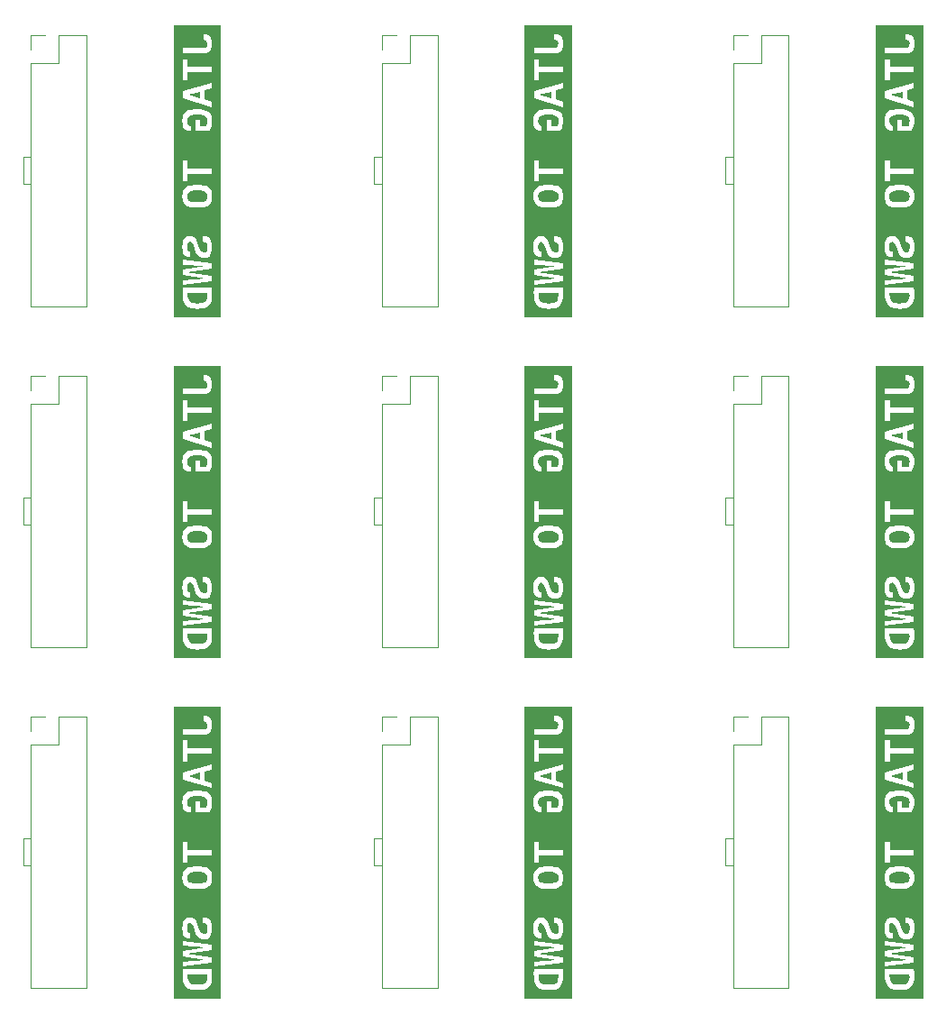
<source format=gbo>
%MOIN*%
%OFA0B0*%
%FSLAX46Y46*%
%IPPOS*%
%LPD*%
%ADD10C,0.0047244094488188976*%
%ADD21C,0.0047244094488188976*%
%ADD22C,0.0047244094488188976*%
%ADD23C,0.0047244094488188976*%
%ADD24C,0.0047244094488188976*%
%ADD25C,0.0047244094488188976*%
%ADD26C,0.0047244094488188976*%
%ADD27C,0.0047244094488188976*%
%ADD28C,0.0047244094488188976*%
G01*
D10*
X0000048818Y0000543307D02*
X0000075196Y0000543307D01*
X0000048818Y0000645669D02*
X0000048818Y0000543307D01*
X0000076771Y0000645669D02*
X0000048818Y0000645669D01*
G36*
X0000703535Y0000861332D02*
G01*
X0000658847Y0000873363D01*
X0000658847Y0000873676D01*
X0000703535Y0000885707D01*
X0000703535Y0000861332D01*
G37*
G36*
X0000729785Y0000129613D02*
G01*
X0000728457Y0000120199D01*
X0000725722Y0000113207D01*
X0000721211Y0000108266D01*
X0000714550Y0000105004D01*
X0000705273Y0000103187D01*
X0000692910Y0000102582D01*
X0000681211Y0000103168D01*
X0000672363Y0000104926D01*
X0000665918Y0000108070D01*
X0000661425Y0000112816D01*
X0000658515Y0000119516D01*
X0000656816Y0000128519D01*
X0000656230Y0000135863D01*
X0000656035Y0000141957D01*
X0000729316Y0000141957D01*
X0000729785Y0000129613D01*
G37*
G36*
X0000705781Y0000519594D02*
G01*
X0000715332Y0000518129D01*
X0000722090Y0000515512D01*
X0000726582Y0000511566D01*
X0000729101Y0000506000D01*
X0000729941Y0000498519D01*
X0000729101Y0000491058D01*
X0000726582Y0000485551D01*
X0000722090Y0000481664D01*
X0000715332Y0000479066D01*
X0000705781Y0000477601D01*
X0000692910Y0000477113D01*
X0000679648Y0000477601D01*
X0000669863Y0000479066D01*
X0000662988Y0000481664D01*
X0000658457Y0000485551D01*
X0000655937Y0000491058D01*
X0000655097Y0000498519D01*
X0000655937Y0000506000D01*
X0000658457Y0000511566D01*
X0000663007Y0000515512D01*
X0000669941Y0000518129D01*
X0000679746Y0000519594D01*
X0000692910Y0000520082D01*
X0000705781Y0000519594D01*
G37*
G36*
X0000605358Y0000049874D02*
G01*
X0000605358Y0000143832D01*
X0000638847Y0000143832D01*
X0000639043Y0000135394D01*
X0000639629Y0000127894D01*
X0000641191Y0000116914D01*
X0000643587Y0000107721D01*
X0000646816Y0000100316D01*
X0000653672Y0000091976D01*
X0000663300Y0000086488D01*
X0000671608Y0000084231D01*
X0000681842Y0000082877D01*
X0000694004Y0000082426D01*
X0000706721Y0000082947D01*
X0000717372Y0000084509D01*
X0000725957Y0000087113D01*
X0000735664Y0000093402D01*
X0000742129Y0000102894D01*
X0000744820Y0000111315D01*
X0000746434Y0000121783D01*
X0000746972Y0000134301D01*
X0000746833Y0000142512D01*
X0000746417Y0000151731D01*
X0000745722Y0000161957D01*
X0000639472Y0000161957D01*
X0000639004Y0000152426D01*
X0000638847Y0000143832D01*
X0000605358Y0000143832D01*
X0000605358Y0000171488D01*
X0000639472Y0000171488D01*
X0000745722Y0000184144D01*
X0000745722Y0000204926D01*
X0000653222Y0000216957D01*
X0000653222Y0000217582D01*
X0000745722Y0000229769D01*
X0000745722Y0000250394D01*
X0000639472Y0000263051D01*
X0000639472Y0000245863D01*
X0000723066Y0000239769D01*
X0000723066Y0000239613D01*
X0000703691Y0000238519D01*
X0000639472Y0000228519D01*
X0000639472Y0000206019D01*
X0000703691Y0000196332D01*
X0000723066Y0000195082D01*
X0000723066Y0000194926D01*
X0000639472Y0000188676D01*
X0000639472Y0000171488D01*
X0000605358Y0000171488D01*
X0000605358Y0000311332D01*
X0000637910Y0000311332D01*
X0000638574Y0000298031D01*
X0000640566Y0000288129D01*
X0000644160Y0000281078D01*
X0000649629Y0000276332D01*
X0000657402Y0000273676D01*
X0000667910Y0000272894D01*
X0000667910Y0000292738D01*
X0000660019Y0000295004D01*
X0000656113Y0000300785D01*
X0000654941Y0000311957D01*
X0000656035Y0000323441D01*
X0000659629Y0000329144D01*
X0000666972Y0000330863D01*
X0000675019Y0000324848D01*
X0000678867Y0000316469D01*
X0000683379Y0000303363D01*
X0000687480Y0000292016D01*
X0000691660Y0000283598D01*
X0000696328Y0000277641D01*
X0000701894Y0000273676D01*
X0000708750Y0000271449D01*
X0000717285Y0000270707D01*
X0000727675Y0000271605D01*
X0000735410Y0000274301D01*
X0000740879Y0000279125D01*
X0000744472Y0000286410D01*
X0000746465Y0000296742D01*
X0000747129Y0000310707D01*
X0000746386Y0000325101D01*
X0000744160Y0000335785D01*
X0000740136Y0000343305D01*
X0000734004Y0000348207D01*
X0000725332Y0000350785D01*
X0000713691Y0000351332D01*
X0000713691Y0000331801D01*
X0000723769Y0000329301D01*
X0000728691Y0000322660D01*
X0000729746Y0000317055D01*
X0000730097Y0000309457D01*
X0000729004Y0000297816D01*
X0000725175Y0000291957D01*
X0000717441Y0000290238D01*
X0000709472Y0000292738D01*
X0000703457Y0000300941D01*
X0000700625Y0000307836D01*
X0000697597Y0000317113D01*
X0000693672Y0000328734D01*
X0000689707Y0000337348D01*
X0000685351Y0000343422D01*
X0000680254Y0000347426D01*
X0000674043Y0000349652D01*
X0000666347Y0000350394D01*
X0000656504Y0000349516D01*
X0000649160Y0000346879D01*
X0000643945Y0000342152D01*
X0000640488Y0000335004D01*
X0000638554Y0000324906D01*
X0000637910Y0000311332D01*
X0000605358Y0000311332D01*
X0000605358Y0000498519D01*
X0000637910Y0000498519D01*
X0000638457Y0000488511D01*
X0000640097Y0000480151D01*
X0000642832Y0000473441D01*
X0000649453Y0000465902D01*
X0000659472Y0000460941D01*
X0000668396Y0000458901D01*
X0000679542Y0000457677D01*
X0000692910Y0000457269D01*
X0000706087Y0000457677D01*
X0000717076Y0000458901D01*
X0000725879Y0000460941D01*
X0000735761Y0000465902D01*
X0000742285Y0000473441D01*
X0000744976Y0000480151D01*
X0000746590Y0000488511D01*
X0000747129Y0000498519D01*
X0000746590Y0000508528D01*
X0000744976Y0000516887D01*
X0000742285Y0000523598D01*
X0000735761Y0000531137D01*
X0000725879Y0000536098D01*
X0000717076Y0000538137D01*
X0000706087Y0000539361D01*
X0000692910Y0000539769D01*
X0000679542Y0000539361D01*
X0000668396Y0000538137D01*
X0000659472Y0000536098D01*
X0000649453Y0000531137D01*
X0000642832Y0000523598D01*
X0000640097Y0000516887D01*
X0000638457Y0000508528D01*
X0000637910Y0000498519D01*
X0000605358Y0000498519D01*
X0000605358Y0000553832D01*
X0000639472Y0000553832D01*
X0000657285Y0000553832D01*
X0000657285Y0000582269D01*
X0000745722Y0000582269D01*
X0000745722Y0000602269D01*
X0000657285Y0000602269D01*
X0000657285Y0000630707D01*
X0000639472Y0000630707D01*
X0000639472Y0000553832D01*
X0000605358Y0000553832D01*
X0000605358Y0000778519D01*
X0000637910Y0000778519D01*
X0000638613Y0000765590D01*
X0000640722Y0000755863D01*
X0000644472Y0000748851D01*
X0000650097Y0000744066D01*
X0000658066Y0000741156D01*
X0000668847Y0000739769D01*
X0000668847Y0000759144D01*
X0000660488Y0000761488D01*
X0000656347Y0000767348D01*
X0000655097Y0000778363D01*
X0000655957Y0000785980D01*
X0000658535Y0000791644D01*
X0000663144Y0000795648D01*
X0000670097Y0000798285D01*
X0000679902Y0000799750D01*
X0000693066Y0000800238D01*
X0000705937Y0000799691D01*
X0000715488Y0000798051D01*
X0000722226Y0000795141D01*
X0000726660Y0000790785D01*
X0000729121Y0000784633D01*
X0000729941Y0000776332D01*
X0000729238Y0000766723D01*
X0000726816Y0000758988D01*
X0000702910Y0000758988D01*
X0000702910Y0000781019D01*
X0000685879Y0000781019D01*
X0000685879Y0000740082D01*
X0000738847Y0000740082D01*
X0000742910Y0000749808D01*
X0000745410Y0000758051D01*
X0000746699Y0000766254D01*
X0000747129Y0000775863D01*
X0000746582Y0000786540D01*
X0000744941Y0000795447D01*
X0000742207Y0000802582D01*
X0000735605Y0000810609D01*
X0000725644Y0000815941D01*
X0000716799Y0000818155D01*
X0000705783Y0000819483D01*
X0000692597Y0000819926D01*
X0000679325Y0000819509D01*
X0000668257Y0000818259D01*
X0000659394Y0000816176D01*
X0000649433Y0000811156D01*
X0000642832Y0000803598D01*
X0000640097Y0000796887D01*
X0000638457Y0000788528D01*
X0000637910Y0000778519D01*
X0000605358Y0000778519D01*
X0000605358Y0000860863D01*
X0000639472Y0000860863D01*
X0000745722Y0000829144D01*
X0000745722Y0000848988D01*
X0000720254Y0000856644D01*
X0000720254Y0000890394D01*
X0000745722Y0000898051D01*
X0000745722Y0000917894D01*
X0000639472Y0000886176D01*
X0000639472Y0000860863D01*
X0000605358Y0000860863D01*
X0000605358Y0000928832D01*
X0000639472Y0000928832D01*
X0000657285Y0000928832D01*
X0000657285Y0000957269D01*
X0000745722Y0000957269D01*
X0000745722Y0000977269D01*
X0000657285Y0000977269D01*
X0000657285Y0001005707D01*
X0000639472Y0001005707D01*
X0000639472Y0000928832D01*
X0000605358Y0000928832D01*
X0000605358Y0001027426D01*
X0000639472Y0001027426D01*
X0000714160Y0001027426D01*
X0000725644Y0001028226D01*
X0000734160Y0001030629D01*
X0000740175Y0001034945D01*
X0000744160Y0001041488D01*
X0000746386Y0001050746D01*
X0000747129Y0001063207D01*
X0000746386Y0001075766D01*
X0000744160Y0001085004D01*
X0000740215Y0001091449D01*
X0000734316Y0001095629D01*
X0000726035Y0001097797D01*
X0000714941Y0001098207D01*
X0000714941Y0001078207D01*
X0000726582Y0001075238D01*
X0000729785Y0001063676D01*
X0000728300Y0001053754D01*
X0000723379Y0001048754D01*
X0000713535Y0001047269D01*
X0000639472Y0001047269D01*
X0000639472Y0001027426D01*
X0000605358Y0001027426D01*
X0000605358Y0001131228D01*
X0000779681Y0001131228D01*
X0000779681Y0000049874D01*
X0000605358Y0000049874D01*
G37*
X0000129921Y0001094094D02*
X0000077559Y0001094094D01*
X0000179921Y0001094094D02*
X0000179921Y0000991732D01*
X0000282283Y0001094094D02*
X0000179921Y0001094094D01*
X0000282283Y0000089370D02*
X0000077559Y0000089370D01*
X0000282283Y0001094094D02*
X0000282283Y0000089370D01*
X0000077559Y0001094094D02*
X0000077559Y0001041732D01*
X0000179921Y0000991732D02*
X0000077559Y0000991732D01*
X0000077559Y0000991732D02*
X0000077559Y0000089370D01*
G04 next file*
G04 Gerber Fmt 4.6, Leading zero omitted, Abs format (unit mm)*
G04 Created by KiCad (PCBNEW (6.0.9)) date 2023-10-16 16:07:20*
G01*
G04 APERTURE LIST*
G04 APERTURE END LIST*
D21*
X0000048818Y0001803149D02*
X0000075196Y0001803149D01*
X0000048818Y0001905511D02*
X0000048818Y0001803149D01*
X0000076771Y0001905511D02*
X0000048818Y0001905511D01*
G36*
X0000703535Y0002121174D02*
G01*
X0000658847Y0002133206D01*
X0000658847Y0002133518D01*
X0000703535Y0002145549D01*
X0000703535Y0002121174D01*
G37*
G36*
X0000729785Y0001389456D02*
G01*
X0000728457Y0001380042D01*
X0000725722Y0001373049D01*
X0000721211Y0001368108D01*
X0000714550Y0001364846D01*
X0000705273Y0001363030D01*
X0000692910Y0001362424D01*
X0000681211Y0001363010D01*
X0000672363Y0001364768D01*
X0000665918Y0001367913D01*
X0000661425Y0001372659D01*
X0000658515Y0001379358D01*
X0000656816Y0001388362D01*
X0000656230Y0001395706D01*
X0000656035Y0001401799D01*
X0000729316Y0001401799D01*
X0000729785Y0001389456D01*
G37*
G36*
X0000705781Y0001779436D02*
G01*
X0000715332Y0001777971D01*
X0000722090Y0001775354D01*
X0000726582Y0001771409D01*
X0000729101Y0001765842D01*
X0000729941Y0001758362D01*
X0000729101Y0001750901D01*
X0000726582Y0001745393D01*
X0000722090Y0001741506D01*
X0000715332Y0001738909D01*
X0000705781Y0001737444D01*
X0000692910Y0001736956D01*
X0000679648Y0001737444D01*
X0000669863Y0001738909D01*
X0000662988Y0001741506D01*
X0000658457Y0001745393D01*
X0000655937Y0001750901D01*
X0000655097Y0001758362D01*
X0000655937Y0001765842D01*
X0000658457Y0001771409D01*
X0000663007Y0001775354D01*
X0000669941Y0001777971D01*
X0000679746Y0001779436D01*
X0000692910Y0001779924D01*
X0000705781Y0001779436D01*
G37*
G36*
X0000605358Y0001309716D02*
G01*
X0000605358Y0001403674D01*
X0000638847Y0001403674D01*
X0000639043Y0001395237D01*
X0000639629Y0001387737D01*
X0000641191Y0001376756D01*
X0000643587Y0001367563D01*
X0000646816Y0001360159D01*
X0000653672Y0001351819D01*
X0000663300Y0001346331D01*
X0000671608Y0001344074D01*
X0000681842Y0001342720D01*
X0000694004Y0001342268D01*
X0000706721Y0001342789D01*
X0000717372Y0001344352D01*
X0000725957Y0001346956D01*
X0000735664Y0001353245D01*
X0000742129Y0001362737D01*
X0000744820Y0001371157D01*
X0000746434Y0001381626D01*
X0000746972Y0001394143D01*
X0000746833Y0001402355D01*
X0000746417Y0001411574D01*
X0000745722Y0001421799D01*
X0000639472Y0001421799D01*
X0000639004Y0001412268D01*
X0000638847Y0001403674D01*
X0000605358Y0001403674D01*
X0000605358Y0001431331D01*
X0000639472Y0001431331D01*
X0000745722Y0001443987D01*
X0000745722Y0001464768D01*
X0000653222Y0001476799D01*
X0000653222Y0001477424D01*
X0000745722Y0001489612D01*
X0000745722Y0001510237D01*
X0000639472Y0001522893D01*
X0000639472Y0001505706D01*
X0000723066Y0001499612D01*
X0000723066Y0001499456D01*
X0000703691Y0001498362D01*
X0000639472Y0001488362D01*
X0000639472Y0001465862D01*
X0000703691Y0001456174D01*
X0000723066Y0001454924D01*
X0000723066Y0001454768D01*
X0000639472Y0001448518D01*
X0000639472Y0001431331D01*
X0000605358Y0001431331D01*
X0000605358Y0001571174D01*
X0000637910Y0001571174D01*
X0000638574Y0001557874D01*
X0000640566Y0001547971D01*
X0000644160Y0001540921D01*
X0000649629Y0001536174D01*
X0000657402Y0001533518D01*
X0000667910Y0001532737D01*
X0000667910Y0001552581D01*
X0000660019Y0001554846D01*
X0000656113Y0001560628D01*
X0000654941Y0001571799D01*
X0000656035Y0001583284D01*
X0000659629Y0001588987D01*
X0000666972Y0001590706D01*
X0000675019Y0001584690D01*
X0000678867Y0001576311D01*
X0000683379Y0001563206D01*
X0000687480Y0001551858D01*
X0000691660Y0001543440D01*
X0000696328Y0001537483D01*
X0000701894Y0001533518D01*
X0000708750Y0001531292D01*
X0000717285Y0001530549D01*
X0000727675Y0001531448D01*
X0000735410Y0001534143D01*
X0000740879Y0001538967D01*
X0000744472Y0001546253D01*
X0000746465Y0001556585D01*
X0000747129Y0001570549D01*
X0000746386Y0001584944D01*
X0000744160Y0001595628D01*
X0000740136Y0001603147D01*
X0000734004Y0001608049D01*
X0000725332Y0001610628D01*
X0000713691Y0001611174D01*
X0000713691Y0001591643D01*
X0000723769Y0001589143D01*
X0000728691Y0001582503D01*
X0000729746Y0001576897D01*
X0000730097Y0001569299D01*
X0000729004Y0001557659D01*
X0000725175Y0001551799D01*
X0000717441Y0001550081D01*
X0000709472Y0001552581D01*
X0000703457Y0001560784D01*
X0000700625Y0001567678D01*
X0000697597Y0001576956D01*
X0000693672Y0001588577D01*
X0000689707Y0001597190D01*
X0000685351Y0001603264D01*
X0000680254Y0001607268D01*
X0000674043Y0001609495D01*
X0000666347Y0001610237D01*
X0000656504Y0001609358D01*
X0000649160Y0001606721D01*
X0000643945Y0001601995D01*
X0000640488Y0001594846D01*
X0000638554Y0001584749D01*
X0000637910Y0001571174D01*
X0000605358Y0001571174D01*
X0000605358Y0001758362D01*
X0000637910Y0001758362D01*
X0000638457Y0001748353D01*
X0000640097Y0001739994D01*
X0000642832Y0001733284D01*
X0000649453Y0001725745D01*
X0000659472Y0001720784D01*
X0000668396Y0001718744D01*
X0000679542Y0001717520D01*
X0000692910Y0001717112D01*
X0000706087Y0001717520D01*
X0000717076Y0001718744D01*
X0000725879Y0001720784D01*
X0000735761Y0001725745D01*
X0000742285Y0001733284D01*
X0000744976Y0001739994D01*
X0000746590Y0001748353D01*
X0000747129Y0001758362D01*
X0000746590Y0001768371D01*
X0000744976Y0001776730D01*
X0000742285Y0001783440D01*
X0000735761Y0001790979D01*
X0000725879Y0001795940D01*
X0000717076Y0001797980D01*
X0000706087Y0001799204D01*
X0000692910Y0001799612D01*
X0000679542Y0001799204D01*
X0000668396Y0001797980D01*
X0000659472Y0001795940D01*
X0000649453Y0001790979D01*
X0000642832Y0001783440D01*
X0000640097Y0001776730D01*
X0000638457Y0001768371D01*
X0000637910Y0001758362D01*
X0000605358Y0001758362D01*
X0000605358Y0001813674D01*
X0000639472Y0001813674D01*
X0000657285Y0001813674D01*
X0000657285Y0001842112D01*
X0000745722Y0001842112D01*
X0000745722Y0001862112D01*
X0000657285Y0001862112D01*
X0000657285Y0001890549D01*
X0000639472Y0001890549D01*
X0000639472Y0001813674D01*
X0000605358Y0001813674D01*
X0000605358Y0002038362D01*
X0000637910Y0002038362D01*
X0000638613Y0002025432D01*
X0000640722Y0002015706D01*
X0000644472Y0002008694D01*
X0000650097Y0002003909D01*
X0000658066Y0002000999D01*
X0000668847Y0001999612D01*
X0000668847Y0002018987D01*
X0000660488Y0002021331D01*
X0000656347Y0002027190D01*
X0000655097Y0002038206D01*
X0000655957Y0002045823D01*
X0000658535Y0002051487D01*
X0000663144Y0002055491D01*
X0000670097Y0002058128D01*
X0000679902Y0002059592D01*
X0000693066Y0002060081D01*
X0000705937Y0002059534D01*
X0000715488Y0002057893D01*
X0000722226Y0002054983D01*
X0000726660Y0002050628D01*
X0000729121Y0002044475D01*
X0000729941Y0002036174D01*
X0000729238Y0002026565D01*
X0000726816Y0002018831D01*
X0000702910Y0002018831D01*
X0000702910Y0002040862D01*
X0000685879Y0002040862D01*
X0000685879Y0001999924D01*
X0000738847Y0001999924D01*
X0000742910Y0002009651D01*
X0000745410Y0002017893D01*
X0000746699Y0002026096D01*
X0000747129Y0002035706D01*
X0000746582Y0002046383D01*
X0000744941Y0002055289D01*
X0000742207Y0002062424D01*
X0000735605Y0002070452D01*
X0000725644Y0002075784D01*
X0000716799Y0002077997D01*
X0000705783Y0002079325D01*
X0000692597Y0002079768D01*
X0000679325Y0002079352D01*
X0000668257Y0002078102D01*
X0000659394Y0002076018D01*
X0000649433Y0002070999D01*
X0000642832Y0002063440D01*
X0000640097Y0002056730D01*
X0000638457Y0002048371D01*
X0000637910Y0002038362D01*
X0000605358Y0002038362D01*
X0000605358Y0002120706D01*
X0000639472Y0002120706D01*
X0000745722Y0002088987D01*
X0000745722Y0002108831D01*
X0000720254Y0002116487D01*
X0000720254Y0002150237D01*
X0000745722Y0002157893D01*
X0000745722Y0002177737D01*
X0000639472Y0002146018D01*
X0000639472Y0002120706D01*
X0000605358Y0002120706D01*
X0000605358Y0002188674D01*
X0000639472Y0002188674D01*
X0000657285Y0002188674D01*
X0000657285Y0002217112D01*
X0000745722Y0002217112D01*
X0000745722Y0002237112D01*
X0000657285Y0002237112D01*
X0000657285Y0002265549D01*
X0000639472Y0002265549D01*
X0000639472Y0002188674D01*
X0000605358Y0002188674D01*
X0000605358Y0002287268D01*
X0000639472Y0002287268D01*
X0000714160Y0002287268D01*
X0000725644Y0002288069D01*
X0000734160Y0002290471D01*
X0000740175Y0002294788D01*
X0000744160Y0002301331D01*
X0000746386Y0002310589D01*
X0000747129Y0002323049D01*
X0000746386Y0002335608D01*
X0000744160Y0002344846D01*
X0000740215Y0002351292D01*
X0000734316Y0002355471D01*
X0000726035Y0002357639D01*
X0000714941Y0002358049D01*
X0000714941Y0002338049D01*
X0000726582Y0002335081D01*
X0000729785Y0002323518D01*
X0000728300Y0002313596D01*
X0000723379Y0002308596D01*
X0000713535Y0002307112D01*
X0000639472Y0002307112D01*
X0000639472Y0002287268D01*
X0000605358Y0002287268D01*
X0000605358Y0002391070D01*
X0000779681Y0002391070D01*
X0000779681Y0001309716D01*
X0000605358Y0001309716D01*
G37*
X0000129921Y0002353937D02*
X0000077559Y0002353937D01*
X0000179921Y0002353937D02*
X0000179921Y0002251574D01*
X0000282283Y0002353937D02*
X0000179921Y0002353937D01*
X0000282283Y0001349212D02*
X0000077559Y0001349212D01*
X0000282283Y0002353937D02*
X0000282283Y0001349212D01*
X0000077559Y0002353937D02*
X0000077559Y0002301574D01*
X0000179921Y0002251574D02*
X0000077559Y0002251574D01*
X0000077559Y0002251574D02*
X0000077559Y0001349212D01*
G04 next file*
G04 Gerber Fmt 4.6, Leading zero omitted, Abs format (unit mm)*
G04 Created by KiCad (PCBNEW (6.0.9)) date 2023-10-16 16:07:20*
G01*
G04 APERTURE LIST*
G04 APERTURE END LIST*
D22*
X0000048818Y0003062992D02*
X0000075196Y0003062992D01*
X0000048818Y0003165354D02*
X0000048818Y0003062992D01*
X0000076771Y0003165354D02*
X0000048818Y0003165354D01*
G36*
X0000703535Y0003381017D02*
G01*
X0000658847Y0003393048D01*
X0000658847Y0003393361D01*
X0000703535Y0003405392D01*
X0000703535Y0003381017D01*
G37*
G36*
X0000729785Y0002649298D02*
G01*
X0000728457Y0002639884D01*
X0000725722Y0002632892D01*
X0000721211Y0002627951D01*
X0000714550Y0002624689D01*
X0000705273Y0002622872D01*
X0000692910Y0002622267D01*
X0000681211Y0002622853D01*
X0000672363Y0002624611D01*
X0000665918Y0002627755D01*
X0000661425Y0002632501D01*
X0000658515Y0002639201D01*
X0000656816Y0002648204D01*
X0000656230Y0002655548D01*
X0000656035Y0002661642D01*
X0000729316Y0002661642D01*
X0000729785Y0002649298D01*
G37*
G36*
X0000705781Y0003039279D02*
G01*
X0000715332Y0003037814D01*
X0000722090Y0003035197D01*
X0000726582Y0003031251D01*
X0000729101Y0003025685D01*
X0000729941Y0003018204D01*
X0000729101Y0003010744D01*
X0000726582Y0003005236D01*
X0000722090Y0003001349D01*
X0000715332Y0002998751D01*
X0000705781Y0002997287D01*
X0000692910Y0002996798D01*
X0000679648Y0002997287D01*
X0000669863Y0002998751D01*
X0000662988Y0003001349D01*
X0000658457Y0003005236D01*
X0000655937Y0003010744D01*
X0000655097Y0003018204D01*
X0000655937Y0003025685D01*
X0000658457Y0003031251D01*
X0000663007Y0003035197D01*
X0000669941Y0003037814D01*
X0000679746Y0003039279D01*
X0000692910Y0003039767D01*
X0000705781Y0003039279D01*
G37*
G36*
X0000605358Y0002569559D02*
G01*
X0000605358Y0002663517D01*
X0000638847Y0002663517D01*
X0000639043Y0002655079D01*
X0000639629Y0002647579D01*
X0000641191Y0002636599D01*
X0000643587Y0002627406D01*
X0000646816Y0002620001D01*
X0000653672Y0002611661D01*
X0000663300Y0002606173D01*
X0000671608Y0002603916D01*
X0000681842Y0002602562D01*
X0000694004Y0002602111D01*
X0000706721Y0002602632D01*
X0000717372Y0002604194D01*
X0000725957Y0002606798D01*
X0000735664Y0002613087D01*
X0000742129Y0002622579D01*
X0000744820Y0002631000D01*
X0000746434Y0002641468D01*
X0000746972Y0002653986D01*
X0000746833Y0002662198D01*
X0000746417Y0002671416D01*
X0000745722Y0002681642D01*
X0000639472Y0002681642D01*
X0000639004Y0002672111D01*
X0000638847Y0002663517D01*
X0000605358Y0002663517D01*
X0000605358Y0002691173D01*
X0000639472Y0002691173D01*
X0000745722Y0002703829D01*
X0000745722Y0002724611D01*
X0000653222Y0002736642D01*
X0000653222Y0002737267D01*
X0000745722Y0002749454D01*
X0000745722Y0002770079D01*
X0000639472Y0002782736D01*
X0000639472Y0002765548D01*
X0000723066Y0002759454D01*
X0000723066Y0002759298D01*
X0000703691Y0002758204D01*
X0000639472Y0002748204D01*
X0000639472Y0002725704D01*
X0000703691Y0002716017D01*
X0000723066Y0002714767D01*
X0000723066Y0002714611D01*
X0000639472Y0002708361D01*
X0000639472Y0002691173D01*
X0000605358Y0002691173D01*
X0000605358Y0002831017D01*
X0000637910Y0002831017D01*
X0000638574Y0002817716D01*
X0000640566Y0002807814D01*
X0000644160Y0002800763D01*
X0000649629Y0002796017D01*
X0000657402Y0002793361D01*
X0000667910Y0002792579D01*
X0000667910Y0002812423D01*
X0000660019Y0002814689D01*
X0000656113Y0002820470D01*
X0000654941Y0002831642D01*
X0000656035Y0002843126D01*
X0000659629Y0002848829D01*
X0000666972Y0002850548D01*
X0000675019Y0002844533D01*
X0000678867Y0002836154D01*
X0000683379Y0002823048D01*
X0000687480Y0002811701D01*
X0000691660Y0002803283D01*
X0000696328Y0002797326D01*
X0000701894Y0002793361D01*
X0000708750Y0002791134D01*
X0000717285Y0002790392D01*
X0000727675Y0002791290D01*
X0000735410Y0002793986D01*
X0000740879Y0002798810D01*
X0000744472Y0002806095D01*
X0000746465Y0002816427D01*
X0000747129Y0002830392D01*
X0000746386Y0002844787D01*
X0000744160Y0002855470D01*
X0000740136Y0002862990D01*
X0000734004Y0002867892D01*
X0000725332Y0002870470D01*
X0000713691Y0002871017D01*
X0000713691Y0002851486D01*
X0000723769Y0002848986D01*
X0000728691Y0002842345D01*
X0000729746Y0002836740D01*
X0000730097Y0002829142D01*
X0000729004Y0002817501D01*
X0000725175Y0002811642D01*
X0000717441Y0002809923D01*
X0000709472Y0002812423D01*
X0000703457Y0002820626D01*
X0000700625Y0002827521D01*
X0000697597Y0002836798D01*
X0000693672Y0002848419D01*
X0000689707Y0002857033D01*
X0000685351Y0002863107D01*
X0000680254Y0002867111D01*
X0000674043Y0002869337D01*
X0000666347Y0002870079D01*
X0000656504Y0002869201D01*
X0000649160Y0002866564D01*
X0000643945Y0002861837D01*
X0000640488Y0002854689D01*
X0000638554Y0002844591D01*
X0000637910Y0002831017D01*
X0000605358Y0002831017D01*
X0000605358Y0003018204D01*
X0000637910Y0003018204D01*
X0000638457Y0003008196D01*
X0000640097Y0002999836D01*
X0000642832Y0002993126D01*
X0000649453Y0002985587D01*
X0000659472Y0002980626D01*
X0000668396Y0002978586D01*
X0000679542Y0002977362D01*
X0000692910Y0002976954D01*
X0000706087Y0002977362D01*
X0000717076Y0002978586D01*
X0000725879Y0002980626D01*
X0000735761Y0002985587D01*
X0000742285Y0002993126D01*
X0000744976Y0002999836D01*
X0000746590Y0003008196D01*
X0000747129Y0003018204D01*
X0000746590Y0003028213D01*
X0000744976Y0003036573D01*
X0000742285Y0003043283D01*
X0000735761Y0003050822D01*
X0000725879Y0003055783D01*
X0000717076Y0003057823D01*
X0000706087Y0003059046D01*
X0000692910Y0003059454D01*
X0000679542Y0003059046D01*
X0000668396Y0003057823D01*
X0000659472Y0003055783D01*
X0000649453Y0003050822D01*
X0000642832Y0003043283D01*
X0000640097Y0003036573D01*
X0000638457Y0003028213D01*
X0000637910Y0003018204D01*
X0000605358Y0003018204D01*
X0000605358Y0003073517D01*
X0000639472Y0003073517D01*
X0000657285Y0003073517D01*
X0000657285Y0003101954D01*
X0000745722Y0003101954D01*
X0000745722Y0003121954D01*
X0000657285Y0003121954D01*
X0000657285Y0003150392D01*
X0000639472Y0003150392D01*
X0000639472Y0003073517D01*
X0000605358Y0003073517D01*
X0000605358Y0003298204D01*
X0000637910Y0003298204D01*
X0000638613Y0003285275D01*
X0000640722Y0003275548D01*
X0000644472Y0003268537D01*
X0000650097Y0003263751D01*
X0000658066Y0003260841D01*
X0000668847Y0003259454D01*
X0000668847Y0003278829D01*
X0000660488Y0003281173D01*
X0000656347Y0003287033D01*
X0000655097Y0003298048D01*
X0000655957Y0003305665D01*
X0000658535Y0003311329D01*
X0000663144Y0003315333D01*
X0000670097Y0003317970D01*
X0000679902Y0003319435D01*
X0000693066Y0003319923D01*
X0000705937Y0003319376D01*
X0000715488Y0003317736D01*
X0000722226Y0003314826D01*
X0000726660Y0003310470D01*
X0000729121Y0003304318D01*
X0000729941Y0003296017D01*
X0000729238Y0003286408D01*
X0000726816Y0003278673D01*
X0000702910Y0003278673D01*
X0000702910Y0003300704D01*
X0000685879Y0003300704D01*
X0000685879Y0003259767D01*
X0000738847Y0003259767D01*
X0000742910Y0003269494D01*
X0000745410Y0003277736D01*
X0000746699Y0003285939D01*
X0000747129Y0003295548D01*
X0000746582Y0003306225D01*
X0000744941Y0003315132D01*
X0000742207Y0003322267D01*
X0000735605Y0003330294D01*
X0000725644Y0003335626D01*
X0000716799Y0003337840D01*
X0000705783Y0003339168D01*
X0000692597Y0003339611D01*
X0000679325Y0003339194D01*
X0000668257Y0003337944D01*
X0000659394Y0003335861D01*
X0000649433Y0003330841D01*
X0000642832Y0003323283D01*
X0000640097Y0003316573D01*
X0000638457Y0003308213D01*
X0000637910Y0003298204D01*
X0000605358Y0003298204D01*
X0000605358Y0003380548D01*
X0000639472Y0003380548D01*
X0000745722Y0003348829D01*
X0000745722Y0003368673D01*
X0000720254Y0003376329D01*
X0000720254Y0003410079D01*
X0000745722Y0003417736D01*
X0000745722Y0003437579D01*
X0000639472Y0003405861D01*
X0000639472Y0003380548D01*
X0000605358Y0003380548D01*
X0000605358Y0003448517D01*
X0000639472Y0003448517D01*
X0000657285Y0003448517D01*
X0000657285Y0003476954D01*
X0000745722Y0003476954D01*
X0000745722Y0003496954D01*
X0000657285Y0003496954D01*
X0000657285Y0003525392D01*
X0000639472Y0003525392D01*
X0000639472Y0003448517D01*
X0000605358Y0003448517D01*
X0000605358Y0003547111D01*
X0000639472Y0003547111D01*
X0000714160Y0003547111D01*
X0000725644Y0003547912D01*
X0000734160Y0003550314D01*
X0000740175Y0003554630D01*
X0000744160Y0003561173D01*
X0000746386Y0003570431D01*
X0000747129Y0003582892D01*
X0000746386Y0003595451D01*
X0000744160Y0003604689D01*
X0000740215Y0003611134D01*
X0000734316Y0003615314D01*
X0000726035Y0003617482D01*
X0000714941Y0003617892D01*
X0000714941Y0003597892D01*
X0000726582Y0003594923D01*
X0000729785Y0003583361D01*
X0000728300Y0003573439D01*
X0000723379Y0003568439D01*
X0000713535Y0003566954D01*
X0000639472Y0003566954D01*
X0000639472Y0003547111D01*
X0000605358Y0003547111D01*
X0000605358Y0003650913D01*
X0000779681Y0003650913D01*
X0000779681Y0002569559D01*
X0000605358Y0002569559D01*
G37*
X0000129921Y0003613779D02*
X0000077559Y0003613779D01*
X0000179921Y0003613779D02*
X0000179921Y0003511417D01*
X0000282283Y0003613779D02*
X0000179921Y0003613779D01*
X0000282283Y0002609055D02*
X0000077559Y0002609055D01*
X0000282283Y0003613779D02*
X0000282283Y0002609055D01*
X0000077559Y0003613779D02*
X0000077559Y0003561417D01*
X0000179921Y0003511417D02*
X0000077559Y0003511417D01*
X0000077559Y0003511417D02*
X0000077559Y0002609055D01*
G04 next file*
G04 Gerber Fmt 4.6, Leading zero omitted, Abs format (unit mm)*
G04 Created by KiCad (PCBNEW (6.0.9)) date 2023-10-16 16:07:20*
G01*
G04 APERTURE LIST*
G04 APERTURE END LIST*
D23*
X0001348031Y0000543307D02*
X0001374409Y0000543307D01*
X0001348031Y0000645669D02*
X0001348031Y0000543307D01*
X0001375984Y0000645669D02*
X0001348031Y0000645669D01*
G36*
X0002002747Y0000861332D02*
G01*
X0001958060Y0000873363D01*
X0001958060Y0000873676D01*
X0002002747Y0000885707D01*
X0002002747Y0000861332D01*
G37*
G36*
X0002028997Y0000129613D02*
G01*
X0002027669Y0000120199D01*
X0002024935Y0000113207D01*
X0002020423Y0000108266D01*
X0002013763Y0000105004D01*
X0002004486Y0000103187D01*
X0001992122Y0000102582D01*
X0001980423Y0000103168D01*
X0001971575Y0000104926D01*
X0001965130Y0000108070D01*
X0001960638Y0000112816D01*
X0001957728Y0000119516D01*
X0001956029Y0000128519D01*
X0001955443Y0000135863D01*
X0001955247Y0000141957D01*
X0002028529Y0000141957D01*
X0002028997Y0000129613D01*
G37*
G36*
X0002004994Y0000519594D02*
G01*
X0002014544Y0000518129D01*
X0002021302Y0000515512D01*
X0002025794Y0000511566D01*
X0002028314Y0000506000D01*
X0002029154Y0000498519D01*
X0002028314Y0000491058D01*
X0002025794Y0000485551D01*
X0002021302Y0000481664D01*
X0002014544Y0000479066D01*
X0002004994Y0000477601D01*
X0001992122Y0000477113D01*
X0001978861Y0000477601D01*
X0001969076Y0000479066D01*
X0001962201Y0000481664D01*
X0001957669Y0000485551D01*
X0001955150Y0000491058D01*
X0001954310Y0000498519D01*
X0001955150Y0000506000D01*
X0001957669Y0000511566D01*
X0001962220Y0000515512D01*
X0001969154Y0000518129D01*
X0001978958Y0000519594D01*
X0001992122Y0000520082D01*
X0002004994Y0000519594D01*
G37*
G36*
X0001904570Y0000049874D02*
G01*
X0001904570Y0000143832D01*
X0001938060Y0000143832D01*
X0001938255Y0000135394D01*
X0001938841Y0000127894D01*
X0001940404Y0000116914D01*
X0001942800Y0000107721D01*
X0001946029Y0000100316D01*
X0001952884Y0000091976D01*
X0001962513Y0000086488D01*
X0001970820Y0000084231D01*
X0001981055Y0000082877D01*
X0001993216Y0000082426D01*
X0002005933Y0000082947D01*
X0002016584Y0000084509D01*
X0002025169Y0000087113D01*
X0002034876Y0000093402D01*
X0002041341Y0000102894D01*
X0002044032Y0000111315D01*
X0002045647Y0000121783D01*
X0002046185Y0000134301D01*
X0002046046Y0000142512D01*
X0002045629Y0000151731D01*
X0002044935Y0000161957D01*
X0001938685Y0000161957D01*
X0001938216Y0000152426D01*
X0001938060Y0000143832D01*
X0001904570Y0000143832D01*
X0001904570Y0000171488D01*
X0001938685Y0000171488D01*
X0002044935Y0000184144D01*
X0002044935Y0000204926D01*
X0001952435Y0000216957D01*
X0001952435Y0000217582D01*
X0002044935Y0000229769D01*
X0002044935Y0000250394D01*
X0001938685Y0000263051D01*
X0001938685Y0000245863D01*
X0002022279Y0000239769D01*
X0002022279Y0000239613D01*
X0002002904Y0000238519D01*
X0001938685Y0000228519D01*
X0001938685Y0000206019D01*
X0002002904Y0000196332D01*
X0002022279Y0000195082D01*
X0002022279Y0000194926D01*
X0001938685Y0000188676D01*
X0001938685Y0000171488D01*
X0001904570Y0000171488D01*
X0001904570Y0000311332D01*
X0001937122Y0000311332D01*
X0001937786Y0000298031D01*
X0001939779Y0000288129D01*
X0001943372Y0000281078D01*
X0001948841Y0000276332D01*
X0001956615Y0000273676D01*
X0001967122Y0000272894D01*
X0001967122Y0000292738D01*
X0001959232Y0000295004D01*
X0001955326Y0000300785D01*
X0001954154Y0000311957D01*
X0001955247Y0000323441D01*
X0001958841Y0000329144D01*
X0001966185Y0000330863D01*
X0001974232Y0000324848D01*
X0001978079Y0000316469D01*
X0001982591Y0000303363D01*
X0001986693Y0000292016D01*
X0001990872Y0000283598D01*
X0001995540Y0000277641D01*
X0002001107Y0000273676D01*
X0002007962Y0000271449D01*
X0002016497Y0000270707D01*
X0002026888Y0000271605D01*
X0002034622Y0000274301D01*
X0002040091Y0000279125D01*
X0002043685Y0000286410D01*
X0002045677Y0000296742D01*
X0002046341Y0000310707D01*
X0002045599Y0000325101D01*
X0002043372Y0000335785D01*
X0002039349Y0000343305D01*
X0002033216Y0000348207D01*
X0002024544Y0000350785D01*
X0002012904Y0000351332D01*
X0002012904Y0000331801D01*
X0002022982Y0000329301D01*
X0002027904Y0000322660D01*
X0002028958Y0000317055D01*
X0002029310Y0000309457D01*
X0002028216Y0000297816D01*
X0002024388Y0000291957D01*
X0002016654Y0000290238D01*
X0002008685Y0000292738D01*
X0002002669Y0000300941D01*
X0001999837Y0000307836D01*
X0001996810Y0000317113D01*
X0001992884Y0000328734D01*
X0001988919Y0000337348D01*
X0001984564Y0000343422D01*
X0001979466Y0000347426D01*
X0001973255Y0000349652D01*
X0001965560Y0000350394D01*
X0001955716Y0000349516D01*
X0001948372Y0000346879D01*
X0001943158Y0000342152D01*
X0001939701Y0000335004D01*
X0001937767Y0000324906D01*
X0001937122Y0000311332D01*
X0001904570Y0000311332D01*
X0001904570Y0000498519D01*
X0001937122Y0000498519D01*
X0001937669Y0000488511D01*
X0001939310Y0000480151D01*
X0001942044Y0000473441D01*
X0001948665Y0000465902D01*
X0001958685Y0000460941D01*
X0001967609Y0000458901D01*
X0001978754Y0000457677D01*
X0001992122Y0000457269D01*
X0002005299Y0000457677D01*
X0002016289Y0000458901D01*
X0002025091Y0000460941D01*
X0002034974Y0000465902D01*
X0002041497Y0000473441D01*
X0002044188Y0000480151D01*
X0002045803Y0000488511D01*
X0002046341Y0000498519D01*
X0002045803Y0000508528D01*
X0002044188Y0000516887D01*
X0002041497Y0000523598D01*
X0002034974Y0000531137D01*
X0002025091Y0000536098D01*
X0002016289Y0000538137D01*
X0002005299Y0000539361D01*
X0001992122Y0000539769D01*
X0001978754Y0000539361D01*
X0001967609Y0000538137D01*
X0001958685Y0000536098D01*
X0001948665Y0000531137D01*
X0001942044Y0000523598D01*
X0001939310Y0000516887D01*
X0001937669Y0000508528D01*
X0001937122Y0000498519D01*
X0001904570Y0000498519D01*
X0001904570Y0000553832D01*
X0001938685Y0000553832D01*
X0001956497Y0000553832D01*
X0001956497Y0000582269D01*
X0002044935Y0000582269D01*
X0002044935Y0000602269D01*
X0001956497Y0000602269D01*
X0001956497Y0000630707D01*
X0001938685Y0000630707D01*
X0001938685Y0000553832D01*
X0001904570Y0000553832D01*
X0001904570Y0000778519D01*
X0001937122Y0000778519D01*
X0001937826Y0000765590D01*
X0001939935Y0000755863D01*
X0001943685Y0000748851D01*
X0001949310Y0000744066D01*
X0001957279Y0000741156D01*
X0001968060Y0000739769D01*
X0001968060Y0000759144D01*
X0001959701Y0000761488D01*
X0001955560Y0000767348D01*
X0001954310Y0000778363D01*
X0001955169Y0000785980D01*
X0001957747Y0000791644D01*
X0001962357Y0000795648D01*
X0001969310Y0000798285D01*
X0001979115Y0000799750D01*
X0001992279Y0000800238D01*
X0002005150Y0000799691D01*
X0002014701Y0000798051D01*
X0002021439Y0000795141D01*
X0002025872Y0000790785D01*
X0002028333Y0000784633D01*
X0002029154Y0000776332D01*
X0002028451Y0000766723D01*
X0002026029Y0000758988D01*
X0002002122Y0000758988D01*
X0002002122Y0000781019D01*
X0001985091Y0000781019D01*
X0001985091Y0000740082D01*
X0002038060Y0000740082D01*
X0002042122Y0000749808D01*
X0002044622Y0000758051D01*
X0002045911Y0000766254D01*
X0002046341Y0000775863D01*
X0002045794Y0000786540D01*
X0002044154Y0000795447D01*
X0002041419Y0000802582D01*
X0002034818Y0000810609D01*
X0002024857Y0000815941D01*
X0002016011Y0000818155D01*
X0002004996Y0000819483D01*
X0001991810Y0000819926D01*
X0001978537Y0000819509D01*
X0001967470Y0000818259D01*
X0001958607Y0000816176D01*
X0001948646Y0000811156D01*
X0001942044Y0000803598D01*
X0001939310Y0000796887D01*
X0001937669Y0000788528D01*
X0001937122Y0000778519D01*
X0001904570Y0000778519D01*
X0001904570Y0000860863D01*
X0001938685Y0000860863D01*
X0002044935Y0000829144D01*
X0002044935Y0000848988D01*
X0002019466Y0000856644D01*
X0002019466Y0000890394D01*
X0002044935Y0000898051D01*
X0002044935Y0000917894D01*
X0001938685Y0000886176D01*
X0001938685Y0000860863D01*
X0001904570Y0000860863D01*
X0001904570Y0000928832D01*
X0001938685Y0000928832D01*
X0001956497Y0000928832D01*
X0001956497Y0000957269D01*
X0002044935Y0000957269D01*
X0002044935Y0000977269D01*
X0001956497Y0000977269D01*
X0001956497Y0001005707D01*
X0001938685Y0001005707D01*
X0001938685Y0000928832D01*
X0001904570Y0000928832D01*
X0001904570Y0001027426D01*
X0001938685Y0001027426D01*
X0002013372Y0001027426D01*
X0002024857Y0001028226D01*
X0002033372Y0001030629D01*
X0002039388Y0001034945D01*
X0002043372Y0001041488D01*
X0002045599Y0001050746D01*
X0002046341Y0001063207D01*
X0002045599Y0001075766D01*
X0002043372Y0001085004D01*
X0002039427Y0001091449D01*
X0002033529Y0001095629D01*
X0002025247Y0001097797D01*
X0002014154Y0001098207D01*
X0002014154Y0001078207D01*
X0002025794Y0001075238D01*
X0002028997Y0001063676D01*
X0002027513Y0001053754D01*
X0002022591Y0001048754D01*
X0002012747Y0001047269D01*
X0001938685Y0001047269D01*
X0001938685Y0001027426D01*
X0001904570Y0001027426D01*
X0001904570Y0001131228D01*
X0002078893Y0001131228D01*
X0002078893Y0000049874D01*
X0001904570Y0000049874D01*
G37*
X0001429133Y0001094094D02*
X0001376771Y0001094094D01*
X0001479133Y0001094094D02*
X0001479133Y0000991732D01*
X0001581496Y0001094094D02*
X0001479133Y0001094094D01*
X0001581496Y0000089370D02*
X0001376771Y0000089370D01*
X0001581496Y0001094094D02*
X0001581496Y0000089370D01*
X0001376771Y0001094094D02*
X0001376771Y0001041732D01*
X0001479133Y0000991732D02*
X0001376771Y0000991732D01*
X0001376771Y0000991732D02*
X0001376771Y0000089370D01*
G04 next file*
G04 Gerber Fmt 4.6, Leading zero omitted, Abs format (unit mm)*
G04 Created by KiCad (PCBNEW (6.0.9)) date 2023-10-16 16:07:20*
G01*
G04 APERTURE LIST*
G04 APERTURE END LIST*
D24*
X0002647244Y0000543307D02*
X0002673622Y0000543307D01*
X0002647244Y0000645669D02*
X0002647244Y0000543307D01*
X0002675196Y0000645669D02*
X0002647244Y0000645669D01*
G36*
X0003301960Y0000861332D02*
G01*
X0003257272Y0000873363D01*
X0003257272Y0000873676D01*
X0003301960Y0000885707D01*
X0003301960Y0000861332D01*
G37*
G36*
X0003328210Y0000129613D02*
G01*
X0003326882Y0000120199D01*
X0003324147Y0000113207D01*
X0003319636Y0000108266D01*
X0003312976Y0000105004D01*
X0003303698Y0000103187D01*
X0003291335Y0000102582D01*
X0003279636Y0000103168D01*
X0003270788Y0000104926D01*
X0003264343Y0000108070D01*
X0003259851Y0000112816D01*
X0003256940Y0000119516D01*
X0003255241Y0000128519D01*
X0003254655Y0000135863D01*
X0003254460Y0000141957D01*
X0003327741Y0000141957D01*
X0003328210Y0000129613D01*
G37*
G36*
X0003304206Y0000519594D02*
G01*
X0003313757Y0000518129D01*
X0003320515Y0000515512D01*
X0003325007Y0000511566D01*
X0003327526Y0000506000D01*
X0003328366Y0000498519D01*
X0003327526Y0000491058D01*
X0003325007Y0000485551D01*
X0003320515Y0000481664D01*
X0003313757Y0000479066D01*
X0003304206Y0000477601D01*
X0003291335Y0000477113D01*
X0003278073Y0000477601D01*
X0003268288Y0000479066D01*
X0003261413Y0000481664D01*
X0003256882Y0000485551D01*
X0003254362Y0000491058D01*
X0003253522Y0000498519D01*
X0003254362Y0000506000D01*
X0003256882Y0000511566D01*
X0003261433Y0000515512D01*
X0003268366Y0000518129D01*
X0003278171Y0000519594D01*
X0003291335Y0000520082D01*
X0003304206Y0000519594D01*
G37*
G36*
X0003203783Y0000049874D02*
G01*
X0003203783Y0000143832D01*
X0003237272Y0000143832D01*
X0003237468Y0000135394D01*
X0003238054Y0000127894D01*
X0003239616Y0000116914D01*
X0003242012Y0000107721D01*
X0003245241Y0000100316D01*
X0003252097Y0000091976D01*
X0003261726Y0000086488D01*
X0003270033Y0000084231D01*
X0003280267Y0000082877D01*
X0003292429Y0000082426D01*
X0003305146Y0000082947D01*
X0003315797Y0000084509D01*
X0003324382Y0000087113D01*
X0003334089Y0000093402D01*
X0003340554Y0000102894D01*
X0003343245Y0000111315D01*
X0003344859Y0000121783D01*
X0003345397Y0000134301D01*
X0003345259Y0000142512D01*
X0003344842Y0000151731D01*
X0003344147Y0000161957D01*
X0003237897Y0000161957D01*
X0003237429Y0000152426D01*
X0003237272Y0000143832D01*
X0003203783Y0000143832D01*
X0003203783Y0000171488D01*
X0003237897Y0000171488D01*
X0003344147Y0000184144D01*
X0003344147Y0000204926D01*
X0003251647Y0000216957D01*
X0003251647Y0000217582D01*
X0003344147Y0000229769D01*
X0003344147Y0000250394D01*
X0003237897Y0000263051D01*
X0003237897Y0000245863D01*
X0003321491Y0000239769D01*
X0003321491Y0000239613D01*
X0003302116Y0000238519D01*
X0003237897Y0000228519D01*
X0003237897Y0000206019D01*
X0003302116Y0000196332D01*
X0003321491Y0000195082D01*
X0003321491Y0000194926D01*
X0003237897Y0000188676D01*
X0003237897Y0000171488D01*
X0003203783Y0000171488D01*
X0003203783Y0000311332D01*
X0003236335Y0000311332D01*
X0003236999Y0000298031D01*
X0003238991Y0000288129D01*
X0003242585Y0000281078D01*
X0003248054Y0000276332D01*
X0003255827Y0000273676D01*
X0003266335Y0000272894D01*
X0003266335Y0000292738D01*
X0003258444Y0000295004D01*
X0003254538Y0000300785D01*
X0003253366Y0000311957D01*
X0003254460Y0000323441D01*
X0003258054Y0000329144D01*
X0003265397Y0000330863D01*
X0003273444Y0000324848D01*
X0003277292Y0000316469D01*
X0003281804Y0000303363D01*
X0003285905Y0000292016D01*
X0003290085Y0000283598D01*
X0003294753Y0000277641D01*
X0003300319Y0000273676D01*
X0003307175Y0000271449D01*
X0003315710Y0000270707D01*
X0003326101Y0000271605D01*
X0003333835Y0000274301D01*
X0003339304Y0000279125D01*
X0003342897Y0000286410D01*
X0003344890Y0000296742D01*
X0003345554Y0000310707D01*
X0003344812Y0000325101D01*
X0003342585Y0000335785D01*
X0003338562Y0000343305D01*
X0003332429Y0000348207D01*
X0003323757Y0000350785D01*
X0003312116Y0000351332D01*
X0003312116Y0000331801D01*
X0003322194Y0000329301D01*
X0003327116Y0000322660D01*
X0003328171Y0000317055D01*
X0003328522Y0000309457D01*
X0003327429Y0000297816D01*
X0003323601Y0000291957D01*
X0003315866Y0000290238D01*
X0003307897Y0000292738D01*
X0003301882Y0000300941D01*
X0003299050Y0000307836D01*
X0003296022Y0000317113D01*
X0003292097Y0000328734D01*
X0003288132Y0000337348D01*
X0003283776Y0000343422D01*
X0003278679Y0000347426D01*
X0003272468Y0000349652D01*
X0003264772Y0000350394D01*
X0003254929Y0000349516D01*
X0003247585Y0000346879D01*
X0003242370Y0000342152D01*
X0003238913Y0000335004D01*
X0003236980Y0000324906D01*
X0003236335Y0000311332D01*
X0003203783Y0000311332D01*
X0003203783Y0000498519D01*
X0003236335Y0000498519D01*
X0003236882Y0000488511D01*
X0003238522Y0000480151D01*
X0003241257Y0000473441D01*
X0003247878Y0000465902D01*
X0003257897Y0000460941D01*
X0003266821Y0000458901D01*
X0003277967Y0000457677D01*
X0003291335Y0000457269D01*
X0003304512Y0000457677D01*
X0003315502Y0000458901D01*
X0003324304Y0000460941D01*
X0003334187Y0000465902D01*
X0003340710Y0000473441D01*
X0003343401Y0000480151D01*
X0003345016Y0000488511D01*
X0003345554Y0000498519D01*
X0003345016Y0000508528D01*
X0003343401Y0000516887D01*
X0003340710Y0000523598D01*
X0003334187Y0000531137D01*
X0003324304Y0000536098D01*
X0003315502Y0000538137D01*
X0003304512Y0000539361D01*
X0003291335Y0000539769D01*
X0003277967Y0000539361D01*
X0003266821Y0000538137D01*
X0003257897Y0000536098D01*
X0003247878Y0000531137D01*
X0003241257Y0000523598D01*
X0003238522Y0000516887D01*
X0003236882Y0000508528D01*
X0003236335Y0000498519D01*
X0003203783Y0000498519D01*
X0003203783Y0000553832D01*
X0003237897Y0000553832D01*
X0003255710Y0000553832D01*
X0003255710Y0000582269D01*
X0003344147Y0000582269D01*
X0003344147Y0000602269D01*
X0003255710Y0000602269D01*
X0003255710Y0000630707D01*
X0003237897Y0000630707D01*
X0003237897Y0000553832D01*
X0003203783Y0000553832D01*
X0003203783Y0000778519D01*
X0003236335Y0000778519D01*
X0003237038Y0000765590D01*
X0003239147Y0000755863D01*
X0003242897Y0000748851D01*
X0003248522Y0000744066D01*
X0003256491Y0000741156D01*
X0003267272Y0000739769D01*
X0003267272Y0000759144D01*
X0003258913Y0000761488D01*
X0003254772Y0000767348D01*
X0003253522Y0000778363D01*
X0003254382Y0000785980D01*
X0003256960Y0000791644D01*
X0003261569Y0000795648D01*
X0003268522Y0000798285D01*
X0003278327Y0000799750D01*
X0003291491Y0000800238D01*
X0003304362Y0000799691D01*
X0003313913Y0000798051D01*
X0003320651Y0000795141D01*
X0003325085Y0000790785D01*
X0003327546Y0000784633D01*
X0003328366Y0000776332D01*
X0003327663Y0000766723D01*
X0003325241Y0000758988D01*
X0003301335Y0000758988D01*
X0003301335Y0000781019D01*
X0003284304Y0000781019D01*
X0003284304Y0000740082D01*
X0003337272Y0000740082D01*
X0003341335Y0000749808D01*
X0003343835Y0000758051D01*
X0003345124Y0000766254D01*
X0003345554Y0000775863D01*
X0003345007Y0000786540D01*
X0003343366Y0000795447D01*
X0003340632Y0000802582D01*
X0003334030Y0000810609D01*
X0003324069Y0000815941D01*
X0003315224Y0000818155D01*
X0003304208Y0000819483D01*
X0003291022Y0000819926D01*
X0003277750Y0000819509D01*
X0003266682Y0000818259D01*
X0003257819Y0000816176D01*
X0003247858Y0000811156D01*
X0003241257Y0000803598D01*
X0003238522Y0000796887D01*
X0003236882Y0000788528D01*
X0003236335Y0000778519D01*
X0003203783Y0000778519D01*
X0003203783Y0000860863D01*
X0003237897Y0000860863D01*
X0003344147Y0000829144D01*
X0003344147Y0000848988D01*
X0003318679Y0000856644D01*
X0003318679Y0000890394D01*
X0003344147Y0000898051D01*
X0003344147Y0000917894D01*
X0003237897Y0000886176D01*
X0003237897Y0000860863D01*
X0003203783Y0000860863D01*
X0003203783Y0000928832D01*
X0003237897Y0000928832D01*
X0003255710Y0000928832D01*
X0003255710Y0000957269D01*
X0003344147Y0000957269D01*
X0003344147Y0000977269D01*
X0003255710Y0000977269D01*
X0003255710Y0001005707D01*
X0003237897Y0001005707D01*
X0003237897Y0000928832D01*
X0003203783Y0000928832D01*
X0003203783Y0001027426D01*
X0003237897Y0001027426D01*
X0003312585Y0001027426D01*
X0003324069Y0001028226D01*
X0003332585Y0001030629D01*
X0003338601Y0001034945D01*
X0003342585Y0001041488D01*
X0003344812Y0001050746D01*
X0003345554Y0001063207D01*
X0003344812Y0001075766D01*
X0003342585Y0001085004D01*
X0003338640Y0001091449D01*
X0003332741Y0001095629D01*
X0003324460Y0001097797D01*
X0003313366Y0001098207D01*
X0003313366Y0001078207D01*
X0003325007Y0001075238D01*
X0003328210Y0001063676D01*
X0003326726Y0001053754D01*
X0003321804Y0001048754D01*
X0003311960Y0001047269D01*
X0003237897Y0001047269D01*
X0003237897Y0001027426D01*
X0003203783Y0001027426D01*
X0003203783Y0001131228D01*
X0003378106Y0001131228D01*
X0003378106Y0000049874D01*
X0003203783Y0000049874D01*
G37*
X0002728346Y0001094094D02*
X0002675984Y0001094094D01*
X0002778346Y0001094094D02*
X0002778346Y0000991732D01*
X0002880708Y0001094094D02*
X0002778346Y0001094094D01*
X0002880708Y0000089370D02*
X0002675984Y0000089370D01*
X0002880708Y0001094094D02*
X0002880708Y0000089370D01*
X0002675984Y0001094094D02*
X0002675984Y0001041732D01*
X0002778346Y0000991732D02*
X0002675984Y0000991732D01*
X0002675984Y0000991732D02*
X0002675984Y0000089370D01*
G04 next file*
G04 Gerber Fmt 4.6, Leading zero omitted, Abs format (unit mm)*
G04 Created by KiCad (PCBNEW (6.0.9)) date 2023-10-16 16:07:20*
G01*
G04 APERTURE LIST*
G04 APERTURE END LIST*
D25*
X0001348031Y0001803149D02*
X0001374409Y0001803149D01*
X0001348031Y0001905511D02*
X0001348031Y0001803149D01*
X0001375984Y0001905511D02*
X0001348031Y0001905511D01*
G36*
X0002002747Y0002121174D02*
G01*
X0001958060Y0002133206D01*
X0001958060Y0002133518D01*
X0002002747Y0002145549D01*
X0002002747Y0002121174D01*
G37*
G36*
X0002028997Y0001389456D02*
G01*
X0002027669Y0001380042D01*
X0002024935Y0001373049D01*
X0002020423Y0001368108D01*
X0002013763Y0001364846D01*
X0002004486Y0001363030D01*
X0001992122Y0001362424D01*
X0001980423Y0001363010D01*
X0001971575Y0001364768D01*
X0001965130Y0001367913D01*
X0001960638Y0001372659D01*
X0001957728Y0001379358D01*
X0001956029Y0001388362D01*
X0001955443Y0001395706D01*
X0001955247Y0001401799D01*
X0002028529Y0001401799D01*
X0002028997Y0001389456D01*
G37*
G36*
X0002004994Y0001779436D02*
G01*
X0002014544Y0001777971D01*
X0002021302Y0001775354D01*
X0002025794Y0001771409D01*
X0002028314Y0001765842D01*
X0002029154Y0001758362D01*
X0002028314Y0001750901D01*
X0002025794Y0001745393D01*
X0002021302Y0001741506D01*
X0002014544Y0001738909D01*
X0002004994Y0001737444D01*
X0001992122Y0001736956D01*
X0001978861Y0001737444D01*
X0001969076Y0001738909D01*
X0001962201Y0001741506D01*
X0001957669Y0001745393D01*
X0001955150Y0001750901D01*
X0001954310Y0001758362D01*
X0001955150Y0001765842D01*
X0001957669Y0001771409D01*
X0001962220Y0001775354D01*
X0001969154Y0001777971D01*
X0001978958Y0001779436D01*
X0001992122Y0001779924D01*
X0002004994Y0001779436D01*
G37*
G36*
X0001904570Y0001309716D02*
G01*
X0001904570Y0001403674D01*
X0001938060Y0001403674D01*
X0001938255Y0001395237D01*
X0001938841Y0001387737D01*
X0001940404Y0001376756D01*
X0001942800Y0001367563D01*
X0001946029Y0001360159D01*
X0001952884Y0001351819D01*
X0001962513Y0001346331D01*
X0001970820Y0001344074D01*
X0001981055Y0001342720D01*
X0001993216Y0001342268D01*
X0002005933Y0001342789D01*
X0002016584Y0001344352D01*
X0002025169Y0001346956D01*
X0002034876Y0001353245D01*
X0002041341Y0001362737D01*
X0002044032Y0001371157D01*
X0002045647Y0001381626D01*
X0002046185Y0001394143D01*
X0002046046Y0001402355D01*
X0002045629Y0001411574D01*
X0002044935Y0001421799D01*
X0001938685Y0001421799D01*
X0001938216Y0001412268D01*
X0001938060Y0001403674D01*
X0001904570Y0001403674D01*
X0001904570Y0001431331D01*
X0001938685Y0001431331D01*
X0002044935Y0001443987D01*
X0002044935Y0001464768D01*
X0001952435Y0001476799D01*
X0001952435Y0001477424D01*
X0002044935Y0001489612D01*
X0002044935Y0001510237D01*
X0001938685Y0001522893D01*
X0001938685Y0001505706D01*
X0002022279Y0001499612D01*
X0002022279Y0001499456D01*
X0002002904Y0001498362D01*
X0001938685Y0001488362D01*
X0001938685Y0001465862D01*
X0002002904Y0001456174D01*
X0002022279Y0001454924D01*
X0002022279Y0001454768D01*
X0001938685Y0001448518D01*
X0001938685Y0001431331D01*
X0001904570Y0001431331D01*
X0001904570Y0001571174D01*
X0001937122Y0001571174D01*
X0001937786Y0001557874D01*
X0001939779Y0001547971D01*
X0001943372Y0001540921D01*
X0001948841Y0001536174D01*
X0001956615Y0001533518D01*
X0001967122Y0001532737D01*
X0001967122Y0001552581D01*
X0001959232Y0001554846D01*
X0001955326Y0001560628D01*
X0001954154Y0001571799D01*
X0001955247Y0001583284D01*
X0001958841Y0001588987D01*
X0001966185Y0001590706D01*
X0001974232Y0001584690D01*
X0001978079Y0001576311D01*
X0001982591Y0001563206D01*
X0001986693Y0001551858D01*
X0001990872Y0001543440D01*
X0001995540Y0001537483D01*
X0002001107Y0001533518D01*
X0002007962Y0001531292D01*
X0002016497Y0001530549D01*
X0002026888Y0001531448D01*
X0002034622Y0001534143D01*
X0002040091Y0001538967D01*
X0002043685Y0001546253D01*
X0002045677Y0001556585D01*
X0002046341Y0001570549D01*
X0002045599Y0001584944D01*
X0002043372Y0001595628D01*
X0002039349Y0001603147D01*
X0002033216Y0001608049D01*
X0002024544Y0001610628D01*
X0002012904Y0001611174D01*
X0002012904Y0001591643D01*
X0002022982Y0001589143D01*
X0002027904Y0001582503D01*
X0002028958Y0001576897D01*
X0002029310Y0001569299D01*
X0002028216Y0001557659D01*
X0002024388Y0001551799D01*
X0002016654Y0001550081D01*
X0002008685Y0001552581D01*
X0002002669Y0001560784D01*
X0001999837Y0001567678D01*
X0001996810Y0001576956D01*
X0001992884Y0001588577D01*
X0001988919Y0001597190D01*
X0001984564Y0001603264D01*
X0001979466Y0001607268D01*
X0001973255Y0001609495D01*
X0001965560Y0001610237D01*
X0001955716Y0001609358D01*
X0001948372Y0001606721D01*
X0001943158Y0001601995D01*
X0001939701Y0001594846D01*
X0001937767Y0001584749D01*
X0001937122Y0001571174D01*
X0001904570Y0001571174D01*
X0001904570Y0001758362D01*
X0001937122Y0001758362D01*
X0001937669Y0001748353D01*
X0001939310Y0001739994D01*
X0001942044Y0001733284D01*
X0001948665Y0001725745D01*
X0001958685Y0001720784D01*
X0001967609Y0001718744D01*
X0001978754Y0001717520D01*
X0001992122Y0001717112D01*
X0002005299Y0001717520D01*
X0002016289Y0001718744D01*
X0002025091Y0001720784D01*
X0002034974Y0001725745D01*
X0002041497Y0001733284D01*
X0002044188Y0001739994D01*
X0002045803Y0001748353D01*
X0002046341Y0001758362D01*
X0002045803Y0001768371D01*
X0002044188Y0001776730D01*
X0002041497Y0001783440D01*
X0002034974Y0001790979D01*
X0002025091Y0001795940D01*
X0002016289Y0001797980D01*
X0002005299Y0001799204D01*
X0001992122Y0001799612D01*
X0001978754Y0001799204D01*
X0001967609Y0001797980D01*
X0001958685Y0001795940D01*
X0001948665Y0001790979D01*
X0001942044Y0001783440D01*
X0001939310Y0001776730D01*
X0001937669Y0001768371D01*
X0001937122Y0001758362D01*
X0001904570Y0001758362D01*
X0001904570Y0001813674D01*
X0001938685Y0001813674D01*
X0001956497Y0001813674D01*
X0001956497Y0001842112D01*
X0002044935Y0001842112D01*
X0002044935Y0001862112D01*
X0001956497Y0001862112D01*
X0001956497Y0001890549D01*
X0001938685Y0001890549D01*
X0001938685Y0001813674D01*
X0001904570Y0001813674D01*
X0001904570Y0002038362D01*
X0001937122Y0002038362D01*
X0001937826Y0002025432D01*
X0001939935Y0002015706D01*
X0001943685Y0002008694D01*
X0001949310Y0002003909D01*
X0001957279Y0002000999D01*
X0001968060Y0001999612D01*
X0001968060Y0002018987D01*
X0001959701Y0002021331D01*
X0001955560Y0002027190D01*
X0001954310Y0002038206D01*
X0001955169Y0002045823D01*
X0001957747Y0002051487D01*
X0001962357Y0002055491D01*
X0001969310Y0002058128D01*
X0001979115Y0002059592D01*
X0001992279Y0002060081D01*
X0002005150Y0002059534D01*
X0002014701Y0002057893D01*
X0002021439Y0002054983D01*
X0002025872Y0002050628D01*
X0002028333Y0002044475D01*
X0002029154Y0002036174D01*
X0002028451Y0002026565D01*
X0002026029Y0002018831D01*
X0002002122Y0002018831D01*
X0002002122Y0002040862D01*
X0001985091Y0002040862D01*
X0001985091Y0001999924D01*
X0002038060Y0001999924D01*
X0002042122Y0002009651D01*
X0002044622Y0002017893D01*
X0002045911Y0002026096D01*
X0002046341Y0002035706D01*
X0002045794Y0002046383D01*
X0002044154Y0002055289D01*
X0002041419Y0002062424D01*
X0002034818Y0002070452D01*
X0002024857Y0002075784D01*
X0002016011Y0002077997D01*
X0002004996Y0002079325D01*
X0001991810Y0002079768D01*
X0001978537Y0002079352D01*
X0001967470Y0002078102D01*
X0001958607Y0002076018D01*
X0001948646Y0002070999D01*
X0001942044Y0002063440D01*
X0001939310Y0002056730D01*
X0001937669Y0002048371D01*
X0001937122Y0002038362D01*
X0001904570Y0002038362D01*
X0001904570Y0002120706D01*
X0001938685Y0002120706D01*
X0002044935Y0002088987D01*
X0002044935Y0002108831D01*
X0002019466Y0002116487D01*
X0002019466Y0002150237D01*
X0002044935Y0002157893D01*
X0002044935Y0002177737D01*
X0001938685Y0002146018D01*
X0001938685Y0002120706D01*
X0001904570Y0002120706D01*
X0001904570Y0002188674D01*
X0001938685Y0002188674D01*
X0001956497Y0002188674D01*
X0001956497Y0002217112D01*
X0002044935Y0002217112D01*
X0002044935Y0002237112D01*
X0001956497Y0002237112D01*
X0001956497Y0002265549D01*
X0001938685Y0002265549D01*
X0001938685Y0002188674D01*
X0001904570Y0002188674D01*
X0001904570Y0002287268D01*
X0001938685Y0002287268D01*
X0002013372Y0002287268D01*
X0002024857Y0002288069D01*
X0002033372Y0002290471D01*
X0002039388Y0002294788D01*
X0002043372Y0002301331D01*
X0002045599Y0002310589D01*
X0002046341Y0002323049D01*
X0002045599Y0002335608D01*
X0002043372Y0002344846D01*
X0002039427Y0002351292D01*
X0002033529Y0002355471D01*
X0002025247Y0002357639D01*
X0002014154Y0002358049D01*
X0002014154Y0002338049D01*
X0002025794Y0002335081D01*
X0002028997Y0002323518D01*
X0002027513Y0002313596D01*
X0002022591Y0002308596D01*
X0002012747Y0002307112D01*
X0001938685Y0002307112D01*
X0001938685Y0002287268D01*
X0001904570Y0002287268D01*
X0001904570Y0002391070D01*
X0002078893Y0002391070D01*
X0002078893Y0001309716D01*
X0001904570Y0001309716D01*
G37*
X0001429133Y0002353937D02*
X0001376771Y0002353937D01*
X0001479133Y0002353937D02*
X0001479133Y0002251574D01*
X0001581496Y0002353937D02*
X0001479133Y0002353937D01*
X0001581496Y0001349212D02*
X0001376771Y0001349212D01*
X0001581496Y0002353937D02*
X0001581496Y0001349212D01*
X0001376771Y0002353937D02*
X0001376771Y0002301574D01*
X0001479133Y0002251574D02*
X0001376771Y0002251574D01*
X0001376771Y0002251574D02*
X0001376771Y0001349212D01*
G04 next file*
G04 Gerber Fmt 4.6, Leading zero omitted, Abs format (unit mm)*
G04 Created by KiCad (PCBNEW (6.0.9)) date 2023-10-16 16:07:20*
G01*
G04 APERTURE LIST*
G04 APERTURE END LIST*
D26*
X0001348031Y0003062992D02*
X0001374409Y0003062992D01*
X0001348031Y0003165354D02*
X0001348031Y0003062992D01*
X0001375984Y0003165354D02*
X0001348031Y0003165354D01*
G36*
X0002002747Y0003381017D02*
G01*
X0001958060Y0003393048D01*
X0001958060Y0003393361D01*
X0002002747Y0003405392D01*
X0002002747Y0003381017D01*
G37*
G36*
X0002028997Y0002649298D02*
G01*
X0002027669Y0002639884D01*
X0002024935Y0002632892D01*
X0002020423Y0002627951D01*
X0002013763Y0002624689D01*
X0002004486Y0002622872D01*
X0001992122Y0002622267D01*
X0001980423Y0002622853D01*
X0001971575Y0002624611D01*
X0001965130Y0002627755D01*
X0001960638Y0002632501D01*
X0001957728Y0002639201D01*
X0001956029Y0002648204D01*
X0001955443Y0002655548D01*
X0001955247Y0002661642D01*
X0002028529Y0002661642D01*
X0002028997Y0002649298D01*
G37*
G36*
X0002004994Y0003039279D02*
G01*
X0002014544Y0003037814D01*
X0002021302Y0003035197D01*
X0002025794Y0003031251D01*
X0002028314Y0003025685D01*
X0002029154Y0003018204D01*
X0002028314Y0003010744D01*
X0002025794Y0003005236D01*
X0002021302Y0003001349D01*
X0002014544Y0002998751D01*
X0002004994Y0002997287D01*
X0001992122Y0002996798D01*
X0001978861Y0002997287D01*
X0001969076Y0002998751D01*
X0001962201Y0003001349D01*
X0001957669Y0003005236D01*
X0001955150Y0003010744D01*
X0001954310Y0003018204D01*
X0001955150Y0003025685D01*
X0001957669Y0003031251D01*
X0001962220Y0003035197D01*
X0001969154Y0003037814D01*
X0001978958Y0003039279D01*
X0001992122Y0003039767D01*
X0002004994Y0003039279D01*
G37*
G36*
X0001904570Y0002569559D02*
G01*
X0001904570Y0002663517D01*
X0001938060Y0002663517D01*
X0001938255Y0002655079D01*
X0001938841Y0002647579D01*
X0001940404Y0002636599D01*
X0001942800Y0002627406D01*
X0001946029Y0002620001D01*
X0001952884Y0002611661D01*
X0001962513Y0002606173D01*
X0001970820Y0002603916D01*
X0001981055Y0002602562D01*
X0001993216Y0002602111D01*
X0002005933Y0002602632D01*
X0002016584Y0002604194D01*
X0002025169Y0002606798D01*
X0002034876Y0002613087D01*
X0002041341Y0002622579D01*
X0002044032Y0002631000D01*
X0002045647Y0002641468D01*
X0002046185Y0002653986D01*
X0002046046Y0002662198D01*
X0002045629Y0002671416D01*
X0002044935Y0002681642D01*
X0001938685Y0002681642D01*
X0001938216Y0002672111D01*
X0001938060Y0002663517D01*
X0001904570Y0002663517D01*
X0001904570Y0002691173D01*
X0001938685Y0002691173D01*
X0002044935Y0002703829D01*
X0002044935Y0002724611D01*
X0001952435Y0002736642D01*
X0001952435Y0002737267D01*
X0002044935Y0002749454D01*
X0002044935Y0002770079D01*
X0001938685Y0002782736D01*
X0001938685Y0002765548D01*
X0002022279Y0002759454D01*
X0002022279Y0002759298D01*
X0002002904Y0002758204D01*
X0001938685Y0002748204D01*
X0001938685Y0002725704D01*
X0002002904Y0002716017D01*
X0002022279Y0002714767D01*
X0002022279Y0002714611D01*
X0001938685Y0002708361D01*
X0001938685Y0002691173D01*
X0001904570Y0002691173D01*
X0001904570Y0002831017D01*
X0001937122Y0002831017D01*
X0001937786Y0002817716D01*
X0001939779Y0002807814D01*
X0001943372Y0002800763D01*
X0001948841Y0002796017D01*
X0001956615Y0002793361D01*
X0001967122Y0002792579D01*
X0001967122Y0002812423D01*
X0001959232Y0002814689D01*
X0001955326Y0002820470D01*
X0001954154Y0002831642D01*
X0001955247Y0002843126D01*
X0001958841Y0002848829D01*
X0001966185Y0002850548D01*
X0001974232Y0002844533D01*
X0001978079Y0002836154D01*
X0001982591Y0002823048D01*
X0001986693Y0002811701D01*
X0001990872Y0002803283D01*
X0001995540Y0002797326D01*
X0002001107Y0002793361D01*
X0002007962Y0002791134D01*
X0002016497Y0002790392D01*
X0002026888Y0002791290D01*
X0002034622Y0002793986D01*
X0002040091Y0002798810D01*
X0002043685Y0002806095D01*
X0002045677Y0002816427D01*
X0002046341Y0002830392D01*
X0002045599Y0002844787D01*
X0002043372Y0002855470D01*
X0002039349Y0002862990D01*
X0002033216Y0002867892D01*
X0002024544Y0002870470D01*
X0002012904Y0002871017D01*
X0002012904Y0002851486D01*
X0002022982Y0002848986D01*
X0002027904Y0002842345D01*
X0002028958Y0002836740D01*
X0002029310Y0002829142D01*
X0002028216Y0002817501D01*
X0002024388Y0002811642D01*
X0002016654Y0002809923D01*
X0002008685Y0002812423D01*
X0002002669Y0002820626D01*
X0001999837Y0002827521D01*
X0001996810Y0002836798D01*
X0001992884Y0002848419D01*
X0001988919Y0002857033D01*
X0001984564Y0002863107D01*
X0001979466Y0002867111D01*
X0001973255Y0002869337D01*
X0001965560Y0002870079D01*
X0001955716Y0002869201D01*
X0001948372Y0002866564D01*
X0001943158Y0002861837D01*
X0001939701Y0002854689D01*
X0001937767Y0002844591D01*
X0001937122Y0002831017D01*
X0001904570Y0002831017D01*
X0001904570Y0003018204D01*
X0001937122Y0003018204D01*
X0001937669Y0003008196D01*
X0001939310Y0002999836D01*
X0001942044Y0002993126D01*
X0001948665Y0002985587D01*
X0001958685Y0002980626D01*
X0001967609Y0002978586D01*
X0001978754Y0002977362D01*
X0001992122Y0002976954D01*
X0002005299Y0002977362D01*
X0002016289Y0002978586D01*
X0002025091Y0002980626D01*
X0002034974Y0002985587D01*
X0002041497Y0002993126D01*
X0002044188Y0002999836D01*
X0002045803Y0003008196D01*
X0002046341Y0003018204D01*
X0002045803Y0003028213D01*
X0002044188Y0003036573D01*
X0002041497Y0003043283D01*
X0002034974Y0003050822D01*
X0002025091Y0003055783D01*
X0002016289Y0003057823D01*
X0002005299Y0003059046D01*
X0001992122Y0003059454D01*
X0001978754Y0003059046D01*
X0001967609Y0003057823D01*
X0001958685Y0003055783D01*
X0001948665Y0003050822D01*
X0001942044Y0003043283D01*
X0001939310Y0003036573D01*
X0001937669Y0003028213D01*
X0001937122Y0003018204D01*
X0001904570Y0003018204D01*
X0001904570Y0003073517D01*
X0001938685Y0003073517D01*
X0001956497Y0003073517D01*
X0001956497Y0003101954D01*
X0002044935Y0003101954D01*
X0002044935Y0003121954D01*
X0001956497Y0003121954D01*
X0001956497Y0003150392D01*
X0001938685Y0003150392D01*
X0001938685Y0003073517D01*
X0001904570Y0003073517D01*
X0001904570Y0003298204D01*
X0001937122Y0003298204D01*
X0001937826Y0003285275D01*
X0001939935Y0003275548D01*
X0001943685Y0003268537D01*
X0001949310Y0003263751D01*
X0001957279Y0003260841D01*
X0001968060Y0003259454D01*
X0001968060Y0003278829D01*
X0001959701Y0003281173D01*
X0001955560Y0003287033D01*
X0001954310Y0003298048D01*
X0001955169Y0003305665D01*
X0001957747Y0003311329D01*
X0001962357Y0003315333D01*
X0001969310Y0003317970D01*
X0001979115Y0003319435D01*
X0001992279Y0003319923D01*
X0002005150Y0003319376D01*
X0002014701Y0003317736D01*
X0002021439Y0003314826D01*
X0002025872Y0003310470D01*
X0002028333Y0003304318D01*
X0002029154Y0003296017D01*
X0002028451Y0003286408D01*
X0002026029Y0003278673D01*
X0002002122Y0003278673D01*
X0002002122Y0003300704D01*
X0001985091Y0003300704D01*
X0001985091Y0003259767D01*
X0002038060Y0003259767D01*
X0002042122Y0003269494D01*
X0002044622Y0003277736D01*
X0002045911Y0003285939D01*
X0002046341Y0003295548D01*
X0002045794Y0003306225D01*
X0002044154Y0003315132D01*
X0002041419Y0003322267D01*
X0002034818Y0003330294D01*
X0002024857Y0003335626D01*
X0002016011Y0003337840D01*
X0002004996Y0003339168D01*
X0001991810Y0003339611D01*
X0001978537Y0003339194D01*
X0001967470Y0003337944D01*
X0001958607Y0003335861D01*
X0001948646Y0003330841D01*
X0001942044Y0003323283D01*
X0001939310Y0003316573D01*
X0001937669Y0003308213D01*
X0001937122Y0003298204D01*
X0001904570Y0003298204D01*
X0001904570Y0003380548D01*
X0001938685Y0003380548D01*
X0002044935Y0003348829D01*
X0002044935Y0003368673D01*
X0002019466Y0003376329D01*
X0002019466Y0003410079D01*
X0002044935Y0003417736D01*
X0002044935Y0003437579D01*
X0001938685Y0003405861D01*
X0001938685Y0003380548D01*
X0001904570Y0003380548D01*
X0001904570Y0003448517D01*
X0001938685Y0003448517D01*
X0001956497Y0003448517D01*
X0001956497Y0003476954D01*
X0002044935Y0003476954D01*
X0002044935Y0003496954D01*
X0001956497Y0003496954D01*
X0001956497Y0003525392D01*
X0001938685Y0003525392D01*
X0001938685Y0003448517D01*
X0001904570Y0003448517D01*
X0001904570Y0003547111D01*
X0001938685Y0003547111D01*
X0002013372Y0003547111D01*
X0002024857Y0003547912D01*
X0002033372Y0003550314D01*
X0002039388Y0003554630D01*
X0002043372Y0003561173D01*
X0002045599Y0003570431D01*
X0002046341Y0003582892D01*
X0002045599Y0003595451D01*
X0002043372Y0003604689D01*
X0002039427Y0003611134D01*
X0002033529Y0003615314D01*
X0002025247Y0003617482D01*
X0002014154Y0003617892D01*
X0002014154Y0003597892D01*
X0002025794Y0003594923D01*
X0002028997Y0003583361D01*
X0002027513Y0003573439D01*
X0002022591Y0003568439D01*
X0002012747Y0003566954D01*
X0001938685Y0003566954D01*
X0001938685Y0003547111D01*
X0001904570Y0003547111D01*
X0001904570Y0003650913D01*
X0002078893Y0003650913D01*
X0002078893Y0002569559D01*
X0001904570Y0002569559D01*
G37*
X0001429133Y0003613779D02*
X0001376771Y0003613779D01*
X0001479133Y0003613779D02*
X0001479133Y0003511417D01*
X0001581496Y0003613779D02*
X0001479133Y0003613779D01*
X0001581496Y0002609055D02*
X0001376771Y0002609055D01*
X0001581496Y0003613779D02*
X0001581496Y0002609055D01*
X0001376771Y0003613779D02*
X0001376771Y0003561417D01*
X0001479133Y0003511417D02*
X0001376771Y0003511417D01*
X0001376771Y0003511417D02*
X0001376771Y0002609055D01*
G04 next file*
G04 Gerber Fmt 4.6, Leading zero omitted, Abs format (unit mm)*
G04 Created by KiCad (PCBNEW (6.0.9)) date 2023-10-16 16:07:20*
G01*
G04 APERTURE LIST*
G04 APERTURE END LIST*
D27*
X0002647244Y0001803149D02*
X0002673622Y0001803149D01*
X0002647244Y0001905511D02*
X0002647244Y0001803149D01*
X0002675196Y0001905511D02*
X0002647244Y0001905511D01*
G36*
X0003301960Y0002121174D02*
G01*
X0003257272Y0002133206D01*
X0003257272Y0002133518D01*
X0003301960Y0002145549D01*
X0003301960Y0002121174D01*
G37*
G36*
X0003328210Y0001389456D02*
G01*
X0003326882Y0001380042D01*
X0003324147Y0001373049D01*
X0003319636Y0001368108D01*
X0003312976Y0001364846D01*
X0003303698Y0001363030D01*
X0003291335Y0001362424D01*
X0003279636Y0001363010D01*
X0003270788Y0001364768D01*
X0003264343Y0001367913D01*
X0003259851Y0001372659D01*
X0003256940Y0001379358D01*
X0003255241Y0001388362D01*
X0003254655Y0001395706D01*
X0003254460Y0001401799D01*
X0003327741Y0001401799D01*
X0003328210Y0001389456D01*
G37*
G36*
X0003304206Y0001779436D02*
G01*
X0003313757Y0001777971D01*
X0003320515Y0001775354D01*
X0003325007Y0001771409D01*
X0003327526Y0001765842D01*
X0003328366Y0001758362D01*
X0003327526Y0001750901D01*
X0003325007Y0001745393D01*
X0003320515Y0001741506D01*
X0003313757Y0001738909D01*
X0003304206Y0001737444D01*
X0003291335Y0001736956D01*
X0003278073Y0001737444D01*
X0003268288Y0001738909D01*
X0003261413Y0001741506D01*
X0003256882Y0001745393D01*
X0003254362Y0001750901D01*
X0003253522Y0001758362D01*
X0003254362Y0001765842D01*
X0003256882Y0001771409D01*
X0003261433Y0001775354D01*
X0003268366Y0001777971D01*
X0003278171Y0001779436D01*
X0003291335Y0001779924D01*
X0003304206Y0001779436D01*
G37*
G36*
X0003203783Y0001309716D02*
G01*
X0003203783Y0001403674D01*
X0003237272Y0001403674D01*
X0003237468Y0001395237D01*
X0003238054Y0001387737D01*
X0003239616Y0001376756D01*
X0003242012Y0001367563D01*
X0003245241Y0001360159D01*
X0003252097Y0001351819D01*
X0003261726Y0001346331D01*
X0003270033Y0001344074D01*
X0003280267Y0001342720D01*
X0003292429Y0001342268D01*
X0003305146Y0001342789D01*
X0003315797Y0001344352D01*
X0003324382Y0001346956D01*
X0003334089Y0001353245D01*
X0003340554Y0001362737D01*
X0003343245Y0001371157D01*
X0003344859Y0001381626D01*
X0003345397Y0001394143D01*
X0003345259Y0001402355D01*
X0003344842Y0001411574D01*
X0003344147Y0001421799D01*
X0003237897Y0001421799D01*
X0003237429Y0001412268D01*
X0003237272Y0001403674D01*
X0003203783Y0001403674D01*
X0003203783Y0001431331D01*
X0003237897Y0001431331D01*
X0003344147Y0001443987D01*
X0003344147Y0001464768D01*
X0003251647Y0001476799D01*
X0003251647Y0001477424D01*
X0003344147Y0001489612D01*
X0003344147Y0001510237D01*
X0003237897Y0001522893D01*
X0003237897Y0001505706D01*
X0003321491Y0001499612D01*
X0003321491Y0001499456D01*
X0003302116Y0001498362D01*
X0003237897Y0001488362D01*
X0003237897Y0001465862D01*
X0003302116Y0001456174D01*
X0003321491Y0001454924D01*
X0003321491Y0001454768D01*
X0003237897Y0001448518D01*
X0003237897Y0001431331D01*
X0003203783Y0001431331D01*
X0003203783Y0001571174D01*
X0003236335Y0001571174D01*
X0003236999Y0001557874D01*
X0003238991Y0001547971D01*
X0003242585Y0001540921D01*
X0003248054Y0001536174D01*
X0003255827Y0001533518D01*
X0003266335Y0001532737D01*
X0003266335Y0001552581D01*
X0003258444Y0001554846D01*
X0003254538Y0001560628D01*
X0003253366Y0001571799D01*
X0003254460Y0001583284D01*
X0003258054Y0001588987D01*
X0003265397Y0001590706D01*
X0003273444Y0001584690D01*
X0003277292Y0001576311D01*
X0003281804Y0001563206D01*
X0003285905Y0001551858D01*
X0003290085Y0001543440D01*
X0003294753Y0001537483D01*
X0003300319Y0001533518D01*
X0003307175Y0001531292D01*
X0003315710Y0001530549D01*
X0003326101Y0001531448D01*
X0003333835Y0001534143D01*
X0003339304Y0001538967D01*
X0003342897Y0001546253D01*
X0003344890Y0001556585D01*
X0003345554Y0001570549D01*
X0003344812Y0001584944D01*
X0003342585Y0001595628D01*
X0003338562Y0001603147D01*
X0003332429Y0001608049D01*
X0003323757Y0001610628D01*
X0003312116Y0001611174D01*
X0003312116Y0001591643D01*
X0003322194Y0001589143D01*
X0003327116Y0001582503D01*
X0003328171Y0001576897D01*
X0003328522Y0001569299D01*
X0003327429Y0001557659D01*
X0003323601Y0001551799D01*
X0003315866Y0001550081D01*
X0003307897Y0001552581D01*
X0003301882Y0001560784D01*
X0003299050Y0001567678D01*
X0003296022Y0001576956D01*
X0003292097Y0001588577D01*
X0003288132Y0001597190D01*
X0003283776Y0001603264D01*
X0003278679Y0001607268D01*
X0003272468Y0001609495D01*
X0003264772Y0001610237D01*
X0003254929Y0001609358D01*
X0003247585Y0001606721D01*
X0003242370Y0001601995D01*
X0003238913Y0001594846D01*
X0003236980Y0001584749D01*
X0003236335Y0001571174D01*
X0003203783Y0001571174D01*
X0003203783Y0001758362D01*
X0003236335Y0001758362D01*
X0003236882Y0001748353D01*
X0003238522Y0001739994D01*
X0003241257Y0001733284D01*
X0003247878Y0001725745D01*
X0003257897Y0001720784D01*
X0003266821Y0001718744D01*
X0003277967Y0001717520D01*
X0003291335Y0001717112D01*
X0003304512Y0001717520D01*
X0003315502Y0001718744D01*
X0003324304Y0001720784D01*
X0003334187Y0001725745D01*
X0003340710Y0001733284D01*
X0003343401Y0001739994D01*
X0003345016Y0001748353D01*
X0003345554Y0001758362D01*
X0003345016Y0001768371D01*
X0003343401Y0001776730D01*
X0003340710Y0001783440D01*
X0003334187Y0001790979D01*
X0003324304Y0001795940D01*
X0003315502Y0001797980D01*
X0003304512Y0001799204D01*
X0003291335Y0001799612D01*
X0003277967Y0001799204D01*
X0003266821Y0001797980D01*
X0003257897Y0001795940D01*
X0003247878Y0001790979D01*
X0003241257Y0001783440D01*
X0003238522Y0001776730D01*
X0003236882Y0001768371D01*
X0003236335Y0001758362D01*
X0003203783Y0001758362D01*
X0003203783Y0001813674D01*
X0003237897Y0001813674D01*
X0003255710Y0001813674D01*
X0003255710Y0001842112D01*
X0003344147Y0001842112D01*
X0003344147Y0001862112D01*
X0003255710Y0001862112D01*
X0003255710Y0001890549D01*
X0003237897Y0001890549D01*
X0003237897Y0001813674D01*
X0003203783Y0001813674D01*
X0003203783Y0002038362D01*
X0003236335Y0002038362D01*
X0003237038Y0002025432D01*
X0003239147Y0002015706D01*
X0003242897Y0002008694D01*
X0003248522Y0002003909D01*
X0003256491Y0002000999D01*
X0003267272Y0001999612D01*
X0003267272Y0002018987D01*
X0003258913Y0002021331D01*
X0003254772Y0002027190D01*
X0003253522Y0002038206D01*
X0003254382Y0002045823D01*
X0003256960Y0002051487D01*
X0003261569Y0002055491D01*
X0003268522Y0002058128D01*
X0003278327Y0002059592D01*
X0003291491Y0002060081D01*
X0003304362Y0002059534D01*
X0003313913Y0002057893D01*
X0003320651Y0002054983D01*
X0003325085Y0002050628D01*
X0003327546Y0002044475D01*
X0003328366Y0002036174D01*
X0003327663Y0002026565D01*
X0003325241Y0002018831D01*
X0003301335Y0002018831D01*
X0003301335Y0002040862D01*
X0003284304Y0002040862D01*
X0003284304Y0001999924D01*
X0003337272Y0001999924D01*
X0003341335Y0002009651D01*
X0003343835Y0002017893D01*
X0003345124Y0002026096D01*
X0003345554Y0002035706D01*
X0003345007Y0002046383D01*
X0003343366Y0002055289D01*
X0003340632Y0002062424D01*
X0003334030Y0002070452D01*
X0003324069Y0002075784D01*
X0003315224Y0002077997D01*
X0003304208Y0002079325D01*
X0003291022Y0002079768D01*
X0003277750Y0002079352D01*
X0003266682Y0002078102D01*
X0003257819Y0002076018D01*
X0003247858Y0002070999D01*
X0003241257Y0002063440D01*
X0003238522Y0002056730D01*
X0003236882Y0002048371D01*
X0003236335Y0002038362D01*
X0003203783Y0002038362D01*
X0003203783Y0002120706D01*
X0003237897Y0002120706D01*
X0003344147Y0002088987D01*
X0003344147Y0002108831D01*
X0003318679Y0002116487D01*
X0003318679Y0002150237D01*
X0003344147Y0002157893D01*
X0003344147Y0002177737D01*
X0003237897Y0002146018D01*
X0003237897Y0002120706D01*
X0003203783Y0002120706D01*
X0003203783Y0002188674D01*
X0003237897Y0002188674D01*
X0003255710Y0002188674D01*
X0003255710Y0002217112D01*
X0003344147Y0002217112D01*
X0003344147Y0002237112D01*
X0003255710Y0002237112D01*
X0003255710Y0002265549D01*
X0003237897Y0002265549D01*
X0003237897Y0002188674D01*
X0003203783Y0002188674D01*
X0003203783Y0002287268D01*
X0003237897Y0002287268D01*
X0003312585Y0002287268D01*
X0003324069Y0002288069D01*
X0003332585Y0002290471D01*
X0003338601Y0002294788D01*
X0003342585Y0002301331D01*
X0003344812Y0002310589D01*
X0003345554Y0002323049D01*
X0003344812Y0002335608D01*
X0003342585Y0002344846D01*
X0003338640Y0002351292D01*
X0003332741Y0002355471D01*
X0003324460Y0002357639D01*
X0003313366Y0002358049D01*
X0003313366Y0002338049D01*
X0003325007Y0002335081D01*
X0003328210Y0002323518D01*
X0003326726Y0002313596D01*
X0003321804Y0002308596D01*
X0003311960Y0002307112D01*
X0003237897Y0002307112D01*
X0003237897Y0002287268D01*
X0003203783Y0002287268D01*
X0003203783Y0002391070D01*
X0003378106Y0002391070D01*
X0003378106Y0001309716D01*
X0003203783Y0001309716D01*
G37*
X0002728346Y0002353937D02*
X0002675984Y0002353937D01*
X0002778346Y0002353937D02*
X0002778346Y0002251574D01*
X0002880708Y0002353937D02*
X0002778346Y0002353937D01*
X0002880708Y0001349212D02*
X0002675984Y0001349212D01*
X0002880708Y0002353937D02*
X0002880708Y0001349212D01*
X0002675984Y0002353937D02*
X0002675984Y0002301574D01*
X0002778346Y0002251574D02*
X0002675984Y0002251574D01*
X0002675984Y0002251574D02*
X0002675984Y0001349212D01*
G04 next file*
G04 Gerber Fmt 4.6, Leading zero omitted, Abs format (unit mm)*
G04 Created by KiCad (PCBNEW (6.0.9)) date 2023-10-16 16:07:20*
G01*
G04 APERTURE LIST*
G04 APERTURE END LIST*
D28*
X0002647244Y0003062992D02*
X0002673622Y0003062992D01*
X0002647244Y0003165354D02*
X0002647244Y0003062992D01*
X0002675196Y0003165354D02*
X0002647244Y0003165354D01*
G36*
X0003301960Y0003381017D02*
G01*
X0003257272Y0003393048D01*
X0003257272Y0003393361D01*
X0003301960Y0003405392D01*
X0003301960Y0003381017D01*
G37*
G36*
X0003328210Y0002649298D02*
G01*
X0003326882Y0002639884D01*
X0003324147Y0002632892D01*
X0003319636Y0002627951D01*
X0003312976Y0002624689D01*
X0003303698Y0002622872D01*
X0003291335Y0002622267D01*
X0003279636Y0002622853D01*
X0003270788Y0002624611D01*
X0003264343Y0002627755D01*
X0003259851Y0002632501D01*
X0003256940Y0002639201D01*
X0003255241Y0002648204D01*
X0003254655Y0002655548D01*
X0003254460Y0002661642D01*
X0003327741Y0002661642D01*
X0003328210Y0002649298D01*
G37*
G36*
X0003304206Y0003039279D02*
G01*
X0003313757Y0003037814D01*
X0003320515Y0003035197D01*
X0003325007Y0003031251D01*
X0003327526Y0003025685D01*
X0003328366Y0003018204D01*
X0003327526Y0003010744D01*
X0003325007Y0003005236D01*
X0003320515Y0003001349D01*
X0003313757Y0002998751D01*
X0003304206Y0002997287D01*
X0003291335Y0002996798D01*
X0003278073Y0002997287D01*
X0003268288Y0002998751D01*
X0003261413Y0003001349D01*
X0003256882Y0003005236D01*
X0003254362Y0003010744D01*
X0003253522Y0003018204D01*
X0003254362Y0003025685D01*
X0003256882Y0003031251D01*
X0003261433Y0003035197D01*
X0003268366Y0003037814D01*
X0003278171Y0003039279D01*
X0003291335Y0003039767D01*
X0003304206Y0003039279D01*
G37*
G36*
X0003203783Y0002569559D02*
G01*
X0003203783Y0002663517D01*
X0003237272Y0002663517D01*
X0003237468Y0002655079D01*
X0003238054Y0002647579D01*
X0003239616Y0002636599D01*
X0003242012Y0002627406D01*
X0003245241Y0002620001D01*
X0003252097Y0002611661D01*
X0003261726Y0002606173D01*
X0003270033Y0002603916D01*
X0003280267Y0002602562D01*
X0003292429Y0002602111D01*
X0003305146Y0002602632D01*
X0003315797Y0002604194D01*
X0003324382Y0002606798D01*
X0003334089Y0002613087D01*
X0003340554Y0002622579D01*
X0003343245Y0002631000D01*
X0003344859Y0002641468D01*
X0003345397Y0002653986D01*
X0003345259Y0002662198D01*
X0003344842Y0002671416D01*
X0003344147Y0002681642D01*
X0003237897Y0002681642D01*
X0003237429Y0002672111D01*
X0003237272Y0002663517D01*
X0003203783Y0002663517D01*
X0003203783Y0002691173D01*
X0003237897Y0002691173D01*
X0003344147Y0002703829D01*
X0003344147Y0002724611D01*
X0003251647Y0002736642D01*
X0003251647Y0002737267D01*
X0003344147Y0002749454D01*
X0003344147Y0002770079D01*
X0003237897Y0002782736D01*
X0003237897Y0002765548D01*
X0003321491Y0002759454D01*
X0003321491Y0002759298D01*
X0003302116Y0002758204D01*
X0003237897Y0002748204D01*
X0003237897Y0002725704D01*
X0003302116Y0002716017D01*
X0003321491Y0002714767D01*
X0003321491Y0002714611D01*
X0003237897Y0002708361D01*
X0003237897Y0002691173D01*
X0003203783Y0002691173D01*
X0003203783Y0002831017D01*
X0003236335Y0002831017D01*
X0003236999Y0002817716D01*
X0003238991Y0002807814D01*
X0003242585Y0002800763D01*
X0003248054Y0002796017D01*
X0003255827Y0002793361D01*
X0003266335Y0002792579D01*
X0003266335Y0002812423D01*
X0003258444Y0002814689D01*
X0003254538Y0002820470D01*
X0003253366Y0002831642D01*
X0003254460Y0002843126D01*
X0003258054Y0002848829D01*
X0003265397Y0002850548D01*
X0003273444Y0002844533D01*
X0003277292Y0002836154D01*
X0003281804Y0002823048D01*
X0003285905Y0002811701D01*
X0003290085Y0002803283D01*
X0003294753Y0002797326D01*
X0003300319Y0002793361D01*
X0003307175Y0002791134D01*
X0003315710Y0002790392D01*
X0003326101Y0002791290D01*
X0003333835Y0002793986D01*
X0003339304Y0002798810D01*
X0003342897Y0002806095D01*
X0003344890Y0002816427D01*
X0003345554Y0002830392D01*
X0003344812Y0002844787D01*
X0003342585Y0002855470D01*
X0003338562Y0002862990D01*
X0003332429Y0002867892D01*
X0003323757Y0002870470D01*
X0003312116Y0002871017D01*
X0003312116Y0002851486D01*
X0003322194Y0002848986D01*
X0003327116Y0002842345D01*
X0003328171Y0002836740D01*
X0003328522Y0002829142D01*
X0003327429Y0002817501D01*
X0003323601Y0002811642D01*
X0003315866Y0002809923D01*
X0003307897Y0002812423D01*
X0003301882Y0002820626D01*
X0003299050Y0002827521D01*
X0003296022Y0002836798D01*
X0003292097Y0002848419D01*
X0003288132Y0002857033D01*
X0003283776Y0002863107D01*
X0003278679Y0002867111D01*
X0003272468Y0002869337D01*
X0003264772Y0002870079D01*
X0003254929Y0002869201D01*
X0003247585Y0002866564D01*
X0003242370Y0002861837D01*
X0003238913Y0002854689D01*
X0003236980Y0002844591D01*
X0003236335Y0002831017D01*
X0003203783Y0002831017D01*
X0003203783Y0003018204D01*
X0003236335Y0003018204D01*
X0003236882Y0003008196D01*
X0003238522Y0002999836D01*
X0003241257Y0002993126D01*
X0003247878Y0002985587D01*
X0003257897Y0002980626D01*
X0003266821Y0002978586D01*
X0003277967Y0002977362D01*
X0003291335Y0002976954D01*
X0003304512Y0002977362D01*
X0003315502Y0002978586D01*
X0003324304Y0002980626D01*
X0003334187Y0002985587D01*
X0003340710Y0002993126D01*
X0003343401Y0002999836D01*
X0003345016Y0003008196D01*
X0003345554Y0003018204D01*
X0003345016Y0003028213D01*
X0003343401Y0003036573D01*
X0003340710Y0003043283D01*
X0003334187Y0003050822D01*
X0003324304Y0003055783D01*
X0003315502Y0003057823D01*
X0003304512Y0003059046D01*
X0003291335Y0003059454D01*
X0003277967Y0003059046D01*
X0003266821Y0003057823D01*
X0003257897Y0003055783D01*
X0003247878Y0003050822D01*
X0003241257Y0003043283D01*
X0003238522Y0003036573D01*
X0003236882Y0003028213D01*
X0003236335Y0003018204D01*
X0003203783Y0003018204D01*
X0003203783Y0003073517D01*
X0003237897Y0003073517D01*
X0003255710Y0003073517D01*
X0003255710Y0003101954D01*
X0003344147Y0003101954D01*
X0003344147Y0003121954D01*
X0003255710Y0003121954D01*
X0003255710Y0003150392D01*
X0003237897Y0003150392D01*
X0003237897Y0003073517D01*
X0003203783Y0003073517D01*
X0003203783Y0003298204D01*
X0003236335Y0003298204D01*
X0003237038Y0003285275D01*
X0003239147Y0003275548D01*
X0003242897Y0003268537D01*
X0003248522Y0003263751D01*
X0003256491Y0003260841D01*
X0003267272Y0003259454D01*
X0003267272Y0003278829D01*
X0003258913Y0003281173D01*
X0003254772Y0003287033D01*
X0003253522Y0003298048D01*
X0003254382Y0003305665D01*
X0003256960Y0003311329D01*
X0003261569Y0003315333D01*
X0003268522Y0003317970D01*
X0003278327Y0003319435D01*
X0003291491Y0003319923D01*
X0003304362Y0003319376D01*
X0003313913Y0003317736D01*
X0003320651Y0003314826D01*
X0003325085Y0003310470D01*
X0003327546Y0003304318D01*
X0003328366Y0003296017D01*
X0003327663Y0003286408D01*
X0003325241Y0003278673D01*
X0003301335Y0003278673D01*
X0003301335Y0003300704D01*
X0003284304Y0003300704D01*
X0003284304Y0003259767D01*
X0003337272Y0003259767D01*
X0003341335Y0003269494D01*
X0003343835Y0003277736D01*
X0003345124Y0003285939D01*
X0003345554Y0003295548D01*
X0003345007Y0003306225D01*
X0003343366Y0003315132D01*
X0003340632Y0003322267D01*
X0003334030Y0003330294D01*
X0003324069Y0003335626D01*
X0003315224Y0003337840D01*
X0003304208Y0003339168D01*
X0003291022Y0003339611D01*
X0003277750Y0003339194D01*
X0003266682Y0003337944D01*
X0003257819Y0003335861D01*
X0003247858Y0003330841D01*
X0003241257Y0003323283D01*
X0003238522Y0003316573D01*
X0003236882Y0003308213D01*
X0003236335Y0003298204D01*
X0003203783Y0003298204D01*
X0003203783Y0003380548D01*
X0003237897Y0003380548D01*
X0003344147Y0003348829D01*
X0003344147Y0003368673D01*
X0003318679Y0003376329D01*
X0003318679Y0003410079D01*
X0003344147Y0003417736D01*
X0003344147Y0003437579D01*
X0003237897Y0003405861D01*
X0003237897Y0003380548D01*
X0003203783Y0003380548D01*
X0003203783Y0003448517D01*
X0003237897Y0003448517D01*
X0003255710Y0003448517D01*
X0003255710Y0003476954D01*
X0003344147Y0003476954D01*
X0003344147Y0003496954D01*
X0003255710Y0003496954D01*
X0003255710Y0003525392D01*
X0003237897Y0003525392D01*
X0003237897Y0003448517D01*
X0003203783Y0003448517D01*
X0003203783Y0003547111D01*
X0003237897Y0003547111D01*
X0003312585Y0003547111D01*
X0003324069Y0003547912D01*
X0003332585Y0003550314D01*
X0003338601Y0003554630D01*
X0003342585Y0003561173D01*
X0003344812Y0003570431D01*
X0003345554Y0003582892D01*
X0003344812Y0003595451D01*
X0003342585Y0003604689D01*
X0003338640Y0003611134D01*
X0003332741Y0003615314D01*
X0003324460Y0003617482D01*
X0003313366Y0003617892D01*
X0003313366Y0003597892D01*
X0003325007Y0003594923D01*
X0003328210Y0003583361D01*
X0003326726Y0003573439D01*
X0003321804Y0003568439D01*
X0003311960Y0003566954D01*
X0003237897Y0003566954D01*
X0003237897Y0003547111D01*
X0003203783Y0003547111D01*
X0003203783Y0003650913D01*
X0003378106Y0003650913D01*
X0003378106Y0002569559D01*
X0003203783Y0002569559D01*
G37*
X0002728346Y0003613779D02*
X0002675984Y0003613779D01*
X0002778346Y0003613779D02*
X0002778346Y0003511417D01*
X0002880708Y0003613779D02*
X0002778346Y0003613779D01*
X0002880708Y0002609055D02*
X0002675984Y0002609055D01*
X0002880708Y0003613779D02*
X0002880708Y0002609055D01*
X0002675984Y0003613779D02*
X0002675984Y0003561417D01*
X0002778346Y0003511417D02*
X0002675984Y0003511417D01*
X0002675984Y0003511417D02*
X0002675984Y0002609055D01*
M02*
</source>
